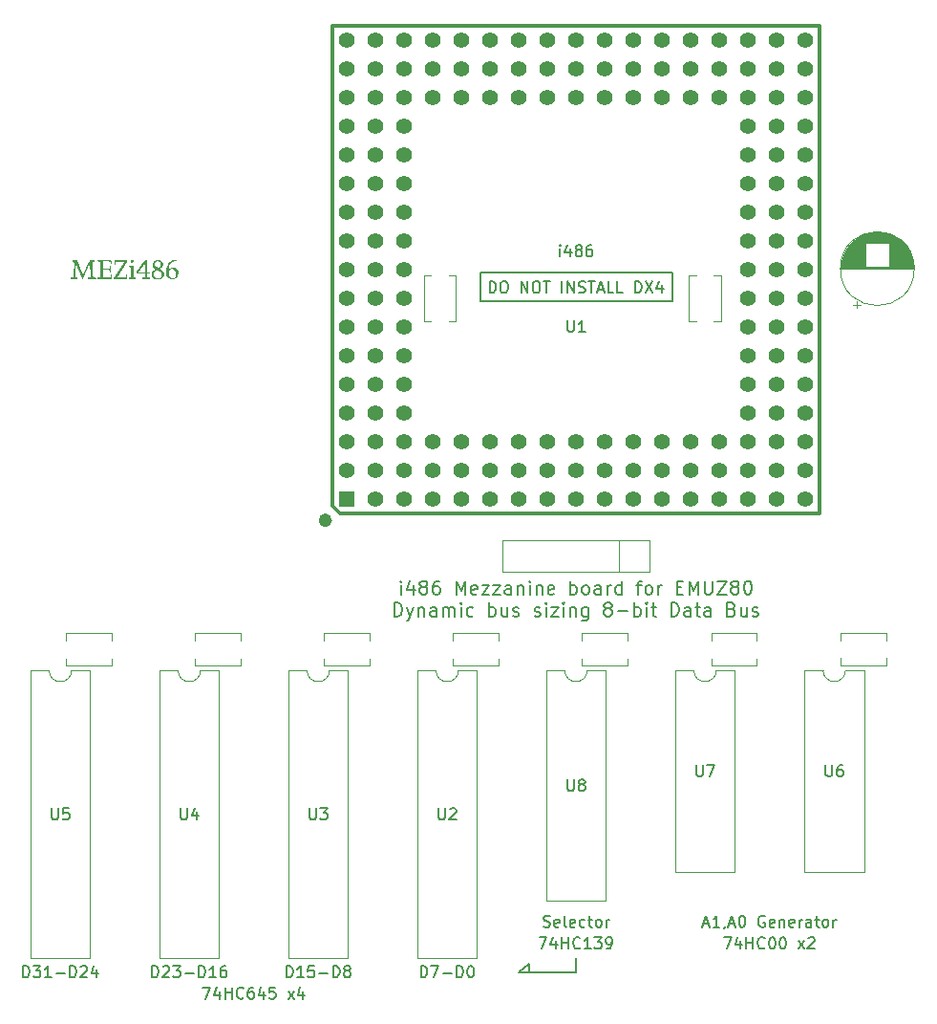
<source format=gto>
G04 #@! TF.GenerationSoftware,KiCad,Pcbnew,8.0.2*
G04 #@! TF.CreationDate,2024-05-19T23:46:18+09:00*
G04 #@! TF.ProjectId,MEZi486,4d455a69-3438-4362-9e6b-696361645f70,C*
G04 #@! TF.SameCoordinates,PX5f5e100PY8f0d180*
G04 #@! TF.FileFunction,Legend,Top*
G04 #@! TF.FilePolarity,Positive*
%FSLAX46Y46*%
G04 Gerber Fmt 4.6, Leading zero omitted, Abs format (unit mm)*
G04 Created by KiCad (PCBNEW 8.0.2) date 2024-05-19 23:46:18*
%MOMM*%
%LPD*%
G01*
G04 APERTURE LIST*
%ADD10C,0.150000*%
%ADD11C,0.613815*%
%ADD12C,0.250000*%
%ADD13C,0.203200*%
%ADD14C,0.120000*%
%ADD15C,0.304800*%
%ADD16R,1.397000X1.397000*%
%ADD17C,1.397000*%
G04 APERTURE END LIST*
D10*
X50419000Y3937000D02*
X50419000Y3175000D01*
D11*
X32691907Y43180000D02*
G75*
G02*
X32078093Y43180000I-306907J0D01*
G01*
X32078093Y43180000D02*
G75*
G02*
X32691907Y43180000I306907J0D01*
G01*
D10*
X46101000Y65151000D02*
X63119000Y65151000D01*
X63119000Y62611000D01*
X46101000Y62611000D01*
X46101000Y65151000D01*
X50419000Y3937000D02*
X49530000Y3175000D01*
X54610000Y3175000D02*
X49530000Y3175000D01*
X54610000Y4445000D02*
X54610000Y3175000D01*
X65897856Y7450896D02*
X66374046Y7450896D01*
X65802618Y7165181D02*
X66135951Y8165181D01*
X66135951Y8165181D02*
X66469284Y7165181D01*
X67326427Y7165181D02*
X66754999Y7165181D01*
X67040713Y7165181D02*
X67040713Y8165181D01*
X67040713Y8165181D02*
X66945475Y8022324D01*
X66945475Y8022324D02*
X66850237Y7927086D01*
X66850237Y7927086D02*
X66754999Y7879467D01*
X67802618Y7212800D02*
X67802618Y7165181D01*
X67802618Y7165181D02*
X67754999Y7069943D01*
X67754999Y7069943D02*
X67707380Y7022324D01*
X68183570Y7450896D02*
X68659760Y7450896D01*
X68088332Y7165181D02*
X68421665Y8165181D01*
X68421665Y8165181D02*
X68754998Y7165181D01*
X69278808Y8165181D02*
X69374046Y8165181D01*
X69374046Y8165181D02*
X69469284Y8117562D01*
X69469284Y8117562D02*
X69516903Y8069943D01*
X69516903Y8069943D02*
X69564522Y7974705D01*
X69564522Y7974705D02*
X69612141Y7784229D01*
X69612141Y7784229D02*
X69612141Y7546134D01*
X69612141Y7546134D02*
X69564522Y7355658D01*
X69564522Y7355658D02*
X69516903Y7260420D01*
X69516903Y7260420D02*
X69469284Y7212800D01*
X69469284Y7212800D02*
X69374046Y7165181D01*
X69374046Y7165181D02*
X69278808Y7165181D01*
X69278808Y7165181D02*
X69183570Y7212800D01*
X69183570Y7212800D02*
X69135951Y7260420D01*
X69135951Y7260420D02*
X69088332Y7355658D01*
X69088332Y7355658D02*
X69040713Y7546134D01*
X69040713Y7546134D02*
X69040713Y7784229D01*
X69040713Y7784229D02*
X69088332Y7974705D01*
X69088332Y7974705D02*
X69135951Y8069943D01*
X69135951Y8069943D02*
X69183570Y8117562D01*
X69183570Y8117562D02*
X69278808Y8165181D01*
X71326427Y8117562D02*
X71231189Y8165181D01*
X71231189Y8165181D02*
X71088332Y8165181D01*
X71088332Y8165181D02*
X70945475Y8117562D01*
X70945475Y8117562D02*
X70850237Y8022324D01*
X70850237Y8022324D02*
X70802618Y7927086D01*
X70802618Y7927086D02*
X70754999Y7736610D01*
X70754999Y7736610D02*
X70754999Y7593753D01*
X70754999Y7593753D02*
X70802618Y7403277D01*
X70802618Y7403277D02*
X70850237Y7308039D01*
X70850237Y7308039D02*
X70945475Y7212800D01*
X70945475Y7212800D02*
X71088332Y7165181D01*
X71088332Y7165181D02*
X71183570Y7165181D01*
X71183570Y7165181D02*
X71326427Y7212800D01*
X71326427Y7212800D02*
X71374046Y7260420D01*
X71374046Y7260420D02*
X71374046Y7593753D01*
X71374046Y7593753D02*
X71183570Y7593753D01*
X72183570Y7212800D02*
X72088332Y7165181D01*
X72088332Y7165181D02*
X71897856Y7165181D01*
X71897856Y7165181D02*
X71802618Y7212800D01*
X71802618Y7212800D02*
X71754999Y7308039D01*
X71754999Y7308039D02*
X71754999Y7688991D01*
X71754999Y7688991D02*
X71802618Y7784229D01*
X71802618Y7784229D02*
X71897856Y7831848D01*
X71897856Y7831848D02*
X72088332Y7831848D01*
X72088332Y7831848D02*
X72183570Y7784229D01*
X72183570Y7784229D02*
X72231189Y7688991D01*
X72231189Y7688991D02*
X72231189Y7593753D01*
X72231189Y7593753D02*
X71754999Y7498515D01*
X72659761Y7831848D02*
X72659761Y7165181D01*
X72659761Y7736610D02*
X72707380Y7784229D01*
X72707380Y7784229D02*
X72802618Y7831848D01*
X72802618Y7831848D02*
X72945475Y7831848D01*
X72945475Y7831848D02*
X73040713Y7784229D01*
X73040713Y7784229D02*
X73088332Y7688991D01*
X73088332Y7688991D02*
X73088332Y7165181D01*
X73945475Y7212800D02*
X73850237Y7165181D01*
X73850237Y7165181D02*
X73659761Y7165181D01*
X73659761Y7165181D02*
X73564523Y7212800D01*
X73564523Y7212800D02*
X73516904Y7308039D01*
X73516904Y7308039D02*
X73516904Y7688991D01*
X73516904Y7688991D02*
X73564523Y7784229D01*
X73564523Y7784229D02*
X73659761Y7831848D01*
X73659761Y7831848D02*
X73850237Y7831848D01*
X73850237Y7831848D02*
X73945475Y7784229D01*
X73945475Y7784229D02*
X73993094Y7688991D01*
X73993094Y7688991D02*
X73993094Y7593753D01*
X73993094Y7593753D02*
X73516904Y7498515D01*
X74421666Y7165181D02*
X74421666Y7831848D01*
X74421666Y7641372D02*
X74469285Y7736610D01*
X74469285Y7736610D02*
X74516904Y7784229D01*
X74516904Y7784229D02*
X74612142Y7831848D01*
X74612142Y7831848D02*
X74707380Y7831848D01*
X75469285Y7165181D02*
X75469285Y7688991D01*
X75469285Y7688991D02*
X75421666Y7784229D01*
X75421666Y7784229D02*
X75326428Y7831848D01*
X75326428Y7831848D02*
X75135952Y7831848D01*
X75135952Y7831848D02*
X75040714Y7784229D01*
X75469285Y7212800D02*
X75374047Y7165181D01*
X75374047Y7165181D02*
X75135952Y7165181D01*
X75135952Y7165181D02*
X75040714Y7212800D01*
X75040714Y7212800D02*
X74993095Y7308039D01*
X74993095Y7308039D02*
X74993095Y7403277D01*
X74993095Y7403277D02*
X75040714Y7498515D01*
X75040714Y7498515D02*
X75135952Y7546134D01*
X75135952Y7546134D02*
X75374047Y7546134D01*
X75374047Y7546134D02*
X75469285Y7593753D01*
X75802619Y7831848D02*
X76183571Y7831848D01*
X75945476Y8165181D02*
X75945476Y7308039D01*
X75945476Y7308039D02*
X75993095Y7212800D01*
X75993095Y7212800D02*
X76088333Y7165181D01*
X76088333Y7165181D02*
X76183571Y7165181D01*
X76659762Y7165181D02*
X76564524Y7212800D01*
X76564524Y7212800D02*
X76516905Y7260420D01*
X76516905Y7260420D02*
X76469286Y7355658D01*
X76469286Y7355658D02*
X76469286Y7641372D01*
X76469286Y7641372D02*
X76516905Y7736610D01*
X76516905Y7736610D02*
X76564524Y7784229D01*
X76564524Y7784229D02*
X76659762Y7831848D01*
X76659762Y7831848D02*
X76802619Y7831848D01*
X76802619Y7831848D02*
X76897857Y7784229D01*
X76897857Y7784229D02*
X76945476Y7736610D01*
X76945476Y7736610D02*
X76993095Y7641372D01*
X76993095Y7641372D02*
X76993095Y7355658D01*
X76993095Y7355658D02*
X76945476Y7260420D01*
X76945476Y7260420D02*
X76897857Y7212800D01*
X76897857Y7212800D02*
X76802619Y7165181D01*
X76802619Y7165181D02*
X76659762Y7165181D01*
X77421667Y7165181D02*
X77421667Y7831848D01*
X77421667Y7641372D02*
X77469286Y7736610D01*
X77469286Y7736610D02*
X77516905Y7784229D01*
X77516905Y7784229D02*
X77612143Y7831848D01*
X77612143Y7831848D02*
X77707381Y7831848D01*
X5604286Y2720181D02*
X5604286Y3720181D01*
X5604286Y3720181D02*
X5842381Y3720181D01*
X5842381Y3720181D02*
X5985238Y3672562D01*
X5985238Y3672562D02*
X6080476Y3577324D01*
X6080476Y3577324D02*
X6128095Y3482086D01*
X6128095Y3482086D02*
X6175714Y3291610D01*
X6175714Y3291610D02*
X6175714Y3148753D01*
X6175714Y3148753D02*
X6128095Y2958277D01*
X6128095Y2958277D02*
X6080476Y2863039D01*
X6080476Y2863039D02*
X5985238Y2767800D01*
X5985238Y2767800D02*
X5842381Y2720181D01*
X5842381Y2720181D02*
X5604286Y2720181D01*
X6509048Y3720181D02*
X7128095Y3720181D01*
X7128095Y3720181D02*
X6794762Y3339229D01*
X6794762Y3339229D02*
X6937619Y3339229D01*
X6937619Y3339229D02*
X7032857Y3291610D01*
X7032857Y3291610D02*
X7080476Y3243991D01*
X7080476Y3243991D02*
X7128095Y3148753D01*
X7128095Y3148753D02*
X7128095Y2910658D01*
X7128095Y2910658D02*
X7080476Y2815420D01*
X7080476Y2815420D02*
X7032857Y2767800D01*
X7032857Y2767800D02*
X6937619Y2720181D01*
X6937619Y2720181D02*
X6651905Y2720181D01*
X6651905Y2720181D02*
X6556667Y2767800D01*
X6556667Y2767800D02*
X6509048Y2815420D01*
X8080476Y2720181D02*
X7509048Y2720181D01*
X7794762Y2720181D02*
X7794762Y3720181D01*
X7794762Y3720181D02*
X7699524Y3577324D01*
X7699524Y3577324D02*
X7604286Y3482086D01*
X7604286Y3482086D02*
X7509048Y3434467D01*
X8509048Y3101134D02*
X9270953Y3101134D01*
X9747143Y2720181D02*
X9747143Y3720181D01*
X9747143Y3720181D02*
X9985238Y3720181D01*
X9985238Y3720181D02*
X10128095Y3672562D01*
X10128095Y3672562D02*
X10223333Y3577324D01*
X10223333Y3577324D02*
X10270952Y3482086D01*
X10270952Y3482086D02*
X10318571Y3291610D01*
X10318571Y3291610D02*
X10318571Y3148753D01*
X10318571Y3148753D02*
X10270952Y2958277D01*
X10270952Y2958277D02*
X10223333Y2863039D01*
X10223333Y2863039D02*
X10128095Y2767800D01*
X10128095Y2767800D02*
X9985238Y2720181D01*
X9985238Y2720181D02*
X9747143Y2720181D01*
X10699524Y3624943D02*
X10747143Y3672562D01*
X10747143Y3672562D02*
X10842381Y3720181D01*
X10842381Y3720181D02*
X11080476Y3720181D01*
X11080476Y3720181D02*
X11175714Y3672562D01*
X11175714Y3672562D02*
X11223333Y3624943D01*
X11223333Y3624943D02*
X11270952Y3529705D01*
X11270952Y3529705D02*
X11270952Y3434467D01*
X11270952Y3434467D02*
X11223333Y3291610D01*
X11223333Y3291610D02*
X10651905Y2720181D01*
X10651905Y2720181D02*
X11270952Y2720181D01*
X12128095Y3386848D02*
X12128095Y2720181D01*
X11890000Y3767800D02*
X11651905Y3053515D01*
X11651905Y3053515D02*
X12270952Y3053515D01*
D12*
G36*
X12069270Y64599913D02*
G01*
X12047288Y64575000D01*
X11323353Y64575000D01*
X11298928Y64596982D01*
X11298928Y64641435D01*
X11348265Y64668790D01*
X11446079Y64676083D01*
X11522655Y64706892D01*
X11561424Y64800037D01*
X11566619Y64882746D01*
X11514839Y65950576D01*
X10957477Y64624338D01*
X10924748Y64575000D01*
X10861734Y64575000D01*
X10845614Y64591609D01*
X10831936Y64621895D01*
X10263827Y65950576D01*
X10209117Y64886166D01*
X10214921Y64785714D01*
X10244288Y64704449D01*
X10340916Y64671018D01*
X10392299Y64668790D01*
X10444078Y64638504D01*
X10444078Y64599913D01*
X10416723Y64575000D01*
X9818328Y64575000D01*
X9793904Y64596982D01*
X9793904Y64643877D01*
X9832006Y64668790D01*
X9931973Y64674580D01*
X9988810Y64689306D01*
X10048282Y64770222D01*
X10051824Y64783584D01*
X10066937Y64889875D01*
X10077529Y64998956D01*
X10085896Y65098108D01*
X10094931Y65214958D01*
X10100673Y65293563D01*
X10108115Y65398023D01*
X10116022Y65515674D01*
X10122378Y65618967D01*
X10127959Y65723965D01*
X10131928Y65831798D01*
X10132425Y65871930D01*
X10127959Y65972451D01*
X10100673Y66067324D01*
X10007028Y66103762D01*
X9943869Y66106892D01*
X9911141Y66135224D01*
X9911141Y66178699D01*
X9946800Y66200681D01*
X10389368Y66200681D01*
X10438705Y66150855D01*
X10475726Y66045866D01*
X10511012Y65952947D01*
X10546897Y65861504D01*
X10588674Y65757324D01*
X10626337Y65664809D01*
X10657058Y65590074D01*
X10700917Y65485543D01*
X10741818Y65388717D01*
X10786995Y65282694D01*
X10827914Y65187766D01*
X10870269Y65091037D01*
X10886646Y65054205D01*
X10946730Y64918406D01*
X11438147Y66083933D01*
X11480234Y66175752D01*
X11482111Y66179188D01*
X11489926Y66200681D01*
X11971085Y66200681D01*
X11990136Y66179676D01*
X11990136Y66124966D01*
X11927121Y66106892D01*
X11828313Y66099447D01*
X11779598Y66080513D01*
X11748915Y65986999D01*
X11746870Y65931525D01*
X11801580Y64961881D01*
X11804710Y64861593D01*
X11820282Y64759436D01*
X11841148Y64715196D01*
X11936975Y64675316D01*
X12038984Y64668790D01*
X12069270Y64646808D01*
X12069270Y64599913D01*
G37*
G36*
X13479040Y64594540D02*
G01*
X13457058Y64575000D01*
X12203604Y64575000D01*
X12181622Y64596982D01*
X12181622Y64649250D01*
X12208977Y64668790D01*
X12311605Y64676071D01*
X12401441Y64720569D01*
X12423880Y64821305D01*
X12430750Y64931412D01*
X12432673Y65042803D01*
X12432704Y65060555D01*
X12432704Y65854833D01*
X12427346Y65958102D01*
X12399216Y66053757D01*
X12394602Y66059997D01*
X12302098Y66101350D01*
X12219724Y66106892D01*
X12181622Y66124966D01*
X12181622Y66182607D01*
X12208977Y66200681D01*
X13410652Y66200681D01*
X13438007Y66176257D01*
X13438007Y65886585D01*
X13432634Y65865091D01*
X13427261Y65856787D01*
X13372550Y65856787D01*
X13353499Y65885119D01*
X13353499Y65932502D01*
X13340715Y66030047D01*
X13320771Y66067324D01*
X13229836Y66106273D01*
X13211350Y66106892D01*
X12673039Y66106892D01*
X12671776Y66004881D01*
X12670108Y65954973D01*
X12666344Y65855425D01*
X12664734Y65817708D01*
X12664734Y65450367D01*
X13071643Y65450367D01*
X13174010Y65458310D01*
X13239682Y65486515D01*
X13273181Y65580066D01*
X13276807Y65651134D01*
X13279738Y65691679D01*
X13301231Y65700472D01*
X13345195Y65700472D01*
X13367177Y65670674D01*
X13367177Y65159718D01*
X13348126Y65137736D01*
X13296346Y65137736D01*
X13279738Y65164114D01*
X13270087Y65265201D01*
X13245544Y65317987D01*
X13153586Y65354166D01*
X13104860Y65356578D01*
X12664734Y65356578D01*
X12664734Y65002914D01*
X12673039Y64668790D01*
X13022794Y64668790D01*
X13126719Y64670823D01*
X13231622Y64679414D01*
X13330598Y64706142D01*
X13338356Y64711288D01*
X13383780Y64805862D01*
X13394038Y64909157D01*
X13394532Y64943319D01*
X13410652Y64981421D01*
X13462920Y64981421D01*
X13479040Y64958950D01*
X13479040Y64594540D01*
G37*
G36*
X14836542Y66120569D02*
G01*
X14822864Y66084910D01*
X13926493Y64700053D01*
X14232285Y64700053D01*
X14332446Y64700427D01*
X14439037Y64702007D01*
X14542328Y64706037D01*
X14566898Y64707869D01*
X14664415Y64730657D01*
X14686088Y64745482D01*
X14722388Y64839962D01*
X14729563Y64925245D01*
X14734937Y64965301D01*
X14740310Y64981421D01*
X14808698Y64981421D01*
X14825307Y64919383D01*
X14825307Y64607241D01*
X14792578Y64575000D01*
X13634378Y64575000D01*
X13617770Y64583305D01*
X13612397Y64588678D01*
X13612397Y64668790D01*
X13762850Y64883235D01*
X13823644Y64973521D01*
X13881651Y65060349D01*
X13943879Y65153805D01*
X13994881Y65230548D01*
X14052081Y65317364D01*
X14106234Y65400048D01*
X14163502Y65487922D01*
X14216165Y65569069D01*
X14269597Y65652262D01*
X14324381Y65737817D01*
X14377030Y65820425D01*
X14432076Y65907589D01*
X14533192Y66075629D01*
X13994881Y66075629D01*
X13893930Y66065647D01*
X13820003Y66030199D01*
X13776927Y65939028D01*
X13771154Y65865580D01*
X13746730Y65825524D01*
X13697393Y65833828D01*
X13689089Y65882188D01*
X13689089Y66160137D01*
X13692020Y66189934D01*
X13735495Y66200681D01*
X14790136Y66200681D01*
X14836542Y66187003D01*
X14836542Y66120569D01*
G37*
G36*
X15579040Y64603333D02*
G01*
X15543381Y64575000D01*
X14986507Y64575000D01*
X14953778Y64602356D01*
X14953778Y64647785D01*
X14989438Y64668790D01*
X15087848Y64680704D01*
X15147219Y64723012D01*
X15169933Y64824617D01*
X15176056Y64923415D01*
X15177505Y65020988D01*
X15177505Y65400053D01*
X15174361Y65504033D01*
X15158454Y65580304D01*
X15062318Y65606038D01*
X15030471Y65606682D01*
X14975760Y65638922D01*
X14975760Y65684352D01*
X15025097Y65700472D01*
X15123140Y65706434D01*
X15161385Y65710241D01*
X15263858Y65721173D01*
X15360687Y65731735D01*
X15390973Y65710241D01*
X15390973Y65693633D01*
X15389256Y65594524D01*
X15386847Y65495605D01*
X15386577Y65485049D01*
X15384230Y65384061D01*
X15381665Y65278365D01*
X15379738Y65203193D01*
X15380546Y65099504D01*
X15382683Y64997228D01*
X15385749Y64898653D01*
X15386577Y64875908D01*
X15390470Y64771259D01*
X15393415Y64687841D01*
X15477923Y64675629D01*
X15546311Y64668790D01*
X15579040Y64650227D01*
X15579040Y64603333D01*
G37*
G36*
X15407093Y66121058D02*
G01*
X15371029Y66028064D01*
X15366060Y66022872D01*
X15274956Y65982000D01*
X15267875Y65981839D01*
X15174881Y66017903D01*
X15169689Y66022872D01*
X15128817Y66113977D01*
X15128656Y66121058D01*
X15163432Y66215397D01*
X15168224Y66220709D01*
X15256789Y66262834D01*
X15267875Y66263207D01*
X15360868Y66227143D01*
X15366060Y66222174D01*
X15406732Y66132156D01*
X15407093Y66121058D01*
G37*
G36*
X16631238Y66178699D02*
G01*
X16625865Y66082467D01*
X16625865Y65137736D01*
X16844218Y65137736D01*
X16882320Y65123570D01*
X16882320Y65026850D01*
X16857896Y65012684D01*
X16620492Y65012684D01*
X16620492Y64868092D01*
X16625409Y64768304D01*
X16650289Y64694679D01*
X16748500Y64671318D01*
X16830540Y64668790D01*
X16863269Y64645342D01*
X16863269Y64595517D01*
X16838845Y64575000D01*
X16169619Y64575000D01*
X16153011Y64598448D01*
X16153011Y64648273D01*
X16191113Y64668790D01*
X16289995Y64673224D01*
X16373318Y64695656D01*
X16410412Y64788988D01*
X16412885Y64843668D01*
X16412885Y65012684D01*
X15683087Y65012684D01*
X15658663Y65033200D01*
X15655888Y65137736D01*
X15797882Y65137736D01*
X16415328Y65137736D01*
X16415328Y66013102D01*
X15797882Y65137736D01*
X15655888Y65137736D01*
X15655732Y65143598D01*
X15674783Y65176326D01*
X15696765Y65203193D01*
X16330820Y66110311D01*
X16371364Y66174791D01*
X16404581Y66200681D01*
X16614630Y66200681D01*
X16631238Y66178699D01*
G37*
G36*
X17663810Y66224023D02*
G01*
X17765457Y66196641D01*
X17854224Y66149700D01*
X17878342Y66131804D01*
X17949817Y66056436D01*
X17991623Y65968022D01*
X18003883Y65876326D01*
X17990793Y65773544D01*
X17951523Y65684039D01*
X17935495Y65660904D01*
X17864209Y65588204D01*
X17779332Y65527822D01*
X17703464Y65484561D01*
X17790567Y65434827D01*
X17879268Y65378413D01*
X17961059Y65314630D01*
X17965781Y65310171D01*
X18031984Y65228226D01*
X18073668Y65136263D01*
X18090832Y65034282D01*
X18091322Y65012684D01*
X18081155Y64913887D01*
X18045413Y64814128D01*
X17983937Y64726423D01*
X17928656Y64674652D01*
X17841462Y64617377D01*
X17742055Y64576466D01*
X17645056Y64554093D01*
X17538707Y64544249D01*
X17506605Y64543737D01*
X17397153Y64551187D01*
X17297899Y64573535D01*
X17198427Y64616486D01*
X17129982Y64662928D01*
X17058670Y64735537D01*
X17006806Y64829265D01*
X16984764Y64925367D01*
X16982459Y64971651D01*
X16986297Y65002425D01*
X17197882Y65002425D01*
X17209310Y64897367D01*
X17247847Y64799743D01*
X17294602Y64738155D01*
X17376919Y64676835D01*
X17478059Y64643816D01*
X17555942Y64637527D01*
X17656577Y64649754D01*
X17752111Y64690597D01*
X17797742Y64724477D01*
X17862262Y64801890D01*
X17894960Y64899503D01*
X17897393Y64937945D01*
X17878586Y65039428D01*
X17822166Y65124058D01*
X17739197Y65191047D01*
X17656159Y65242902D01*
X17564767Y65292758D01*
X17539333Y65305775D01*
X17438217Y65356578D01*
X17344570Y65306572D01*
X17265711Y65230590D01*
X17216892Y65134518D01*
X17198820Y65033977D01*
X17197882Y65002425D01*
X16986297Y65002425D01*
X16995769Y65078383D01*
X17035697Y65175098D01*
X17094391Y65253575D01*
X17118747Y65277931D01*
X17197406Y65337811D01*
X17287303Y65389881D01*
X17340031Y65416173D01*
X17249058Y65479428D01*
X17176907Y65547560D01*
X17116520Y65633212D01*
X17081752Y65725503D01*
X17072341Y65809892D01*
X17080778Y65889516D01*
X17269201Y65889516D01*
X17289517Y65788977D01*
X17350465Y65703273D01*
X17392299Y65668720D01*
X17481600Y65612958D01*
X17572695Y65560773D01*
X17602348Y65544156D01*
X17690825Y65600515D01*
X17760145Y65679538D01*
X17797471Y65775099D01*
X17804581Y65847994D01*
X17789901Y65948947D01*
X17741594Y66039264D01*
X17727889Y66055112D01*
X17646788Y66114718D01*
X17546367Y66137830D01*
X17531517Y66138155D01*
X17434696Y66122699D01*
X17349165Y66072140D01*
X17344427Y66067813D01*
X17285730Y65982459D01*
X17269201Y65889516D01*
X17080778Y65889516D01*
X17083044Y65910906D01*
X17120043Y66009366D01*
X17183470Y66093325D01*
X17207651Y66115684D01*
X17290332Y66171884D01*
X17386151Y66209691D01*
X17482352Y66227857D01*
X17561315Y66231944D01*
X17663810Y66224023D01*
G37*
G36*
X19174112Y66227273D02*
G01*
X19199208Y66223640D01*
X19245614Y66199704D01*
X19231936Y66138155D01*
X19212885Y66130339D01*
X19106395Y66138155D01*
X18994306Y66128454D01*
X18892269Y66099353D01*
X18800282Y66050850D01*
X18718347Y65982946D01*
X18676039Y65935433D01*
X18620758Y65854341D01*
X18576915Y65762738D01*
X18544509Y65660626D01*
X18523540Y65548003D01*
X18514803Y65446122D01*
X18513374Y65381490D01*
X18586363Y65457054D01*
X18668983Y65514059D01*
X18761233Y65552504D01*
X18863114Y65572389D01*
X18925656Y65575419D01*
X19031624Y65565875D01*
X19134320Y65532883D01*
X19221179Y65476326D01*
X19244148Y65454763D01*
X19306745Y65371101D01*
X19346158Y65270932D01*
X19361807Y65166669D01*
X19362850Y65128943D01*
X19355581Y65019543D01*
X19333772Y64919585D01*
X19291045Y64816912D01*
X19229328Y64726572D01*
X19210931Y64705915D01*
X19129659Y64634962D01*
X19037275Y64584282D01*
X18933777Y64553873D01*
X18834100Y64543896D01*
X18819166Y64543737D01*
X18718203Y64552480D01*
X18613064Y64583880D01*
X18518855Y64638117D01*
X18445388Y64704308D01*
X18425935Y64726431D01*
X18366359Y64811622D01*
X18321416Y64906911D01*
X18291105Y65012298D01*
X18281439Y65078629D01*
X18537798Y65078629D01*
X18544367Y64974241D01*
X18567074Y64871850D01*
X18610785Y64775749D01*
X18620840Y64760137D01*
X18690976Y64685421D01*
X18783856Y64643394D01*
X18841148Y64637527D01*
X18941552Y64656507D01*
X19023070Y64713448D01*
X19042892Y64736689D01*
X19092547Y64829110D01*
X19114791Y64925825D01*
X19119584Y65006822D01*
X19114791Y65108976D01*
X19097940Y65208281D01*
X19060867Y65307195D01*
X19042892Y65337038D01*
X18969690Y65410414D01*
X18873914Y65446383D01*
X18822097Y65450367D01*
X18724361Y65434001D01*
X18639304Y65379772D01*
X18614002Y65351204D01*
X18564663Y65258381D01*
X18542561Y65160695D01*
X18537798Y65078629D01*
X18281439Y65078629D01*
X18276771Y65110667D01*
X18273039Y65198308D01*
X18276450Y65312186D01*
X18286686Y65420325D01*
X18303745Y65522724D01*
X18327627Y65619383D01*
X18367075Y65732135D01*
X18417186Y65835919D01*
X18477958Y65930735D01*
X18491392Y65948622D01*
X18563369Y66030243D01*
X18642527Y66098030D01*
X18728863Y66151983D01*
X18822379Y66192102D01*
X18923074Y66218387D01*
X19030949Y66230837D01*
X19076109Y66231944D01*
X19174112Y66227273D01*
G37*
D10*
X39095715Y36613624D02*
X39095715Y37413624D01*
X39095715Y37813624D02*
X39038572Y37756481D01*
X39038572Y37756481D02*
X39095715Y37699338D01*
X39095715Y37699338D02*
X39152858Y37756481D01*
X39152858Y37756481D02*
X39095715Y37813624D01*
X39095715Y37813624D02*
X39095715Y37699338D01*
X40181430Y37413624D02*
X40181430Y36613624D01*
X39895715Y37870766D02*
X39610001Y37013624D01*
X39610001Y37013624D02*
X40352858Y37013624D01*
X40981429Y37299338D02*
X40867144Y37356481D01*
X40867144Y37356481D02*
X40810001Y37413624D01*
X40810001Y37413624D02*
X40752858Y37527909D01*
X40752858Y37527909D02*
X40752858Y37585052D01*
X40752858Y37585052D02*
X40810001Y37699338D01*
X40810001Y37699338D02*
X40867144Y37756481D01*
X40867144Y37756481D02*
X40981429Y37813624D01*
X40981429Y37813624D02*
X41210001Y37813624D01*
X41210001Y37813624D02*
X41324287Y37756481D01*
X41324287Y37756481D02*
X41381429Y37699338D01*
X41381429Y37699338D02*
X41438572Y37585052D01*
X41438572Y37585052D02*
X41438572Y37527909D01*
X41438572Y37527909D02*
X41381429Y37413624D01*
X41381429Y37413624D02*
X41324287Y37356481D01*
X41324287Y37356481D02*
X41210001Y37299338D01*
X41210001Y37299338D02*
X40981429Y37299338D01*
X40981429Y37299338D02*
X40867144Y37242195D01*
X40867144Y37242195D02*
X40810001Y37185052D01*
X40810001Y37185052D02*
X40752858Y37070766D01*
X40752858Y37070766D02*
X40752858Y36842195D01*
X40752858Y36842195D02*
X40810001Y36727909D01*
X40810001Y36727909D02*
X40867144Y36670766D01*
X40867144Y36670766D02*
X40981429Y36613624D01*
X40981429Y36613624D02*
X41210001Y36613624D01*
X41210001Y36613624D02*
X41324287Y36670766D01*
X41324287Y36670766D02*
X41381429Y36727909D01*
X41381429Y36727909D02*
X41438572Y36842195D01*
X41438572Y36842195D02*
X41438572Y37070766D01*
X41438572Y37070766D02*
X41381429Y37185052D01*
X41381429Y37185052D02*
X41324287Y37242195D01*
X41324287Y37242195D02*
X41210001Y37299338D01*
X42467144Y37813624D02*
X42238572Y37813624D01*
X42238572Y37813624D02*
X42124286Y37756481D01*
X42124286Y37756481D02*
X42067144Y37699338D01*
X42067144Y37699338D02*
X41952858Y37527909D01*
X41952858Y37527909D02*
X41895715Y37299338D01*
X41895715Y37299338D02*
X41895715Y36842195D01*
X41895715Y36842195D02*
X41952858Y36727909D01*
X41952858Y36727909D02*
X42010001Y36670766D01*
X42010001Y36670766D02*
X42124286Y36613624D01*
X42124286Y36613624D02*
X42352858Y36613624D01*
X42352858Y36613624D02*
X42467144Y36670766D01*
X42467144Y36670766D02*
X42524286Y36727909D01*
X42524286Y36727909D02*
X42581429Y36842195D01*
X42581429Y36842195D02*
X42581429Y37127909D01*
X42581429Y37127909D02*
X42524286Y37242195D01*
X42524286Y37242195D02*
X42467144Y37299338D01*
X42467144Y37299338D02*
X42352858Y37356481D01*
X42352858Y37356481D02*
X42124286Y37356481D01*
X42124286Y37356481D02*
X42010001Y37299338D01*
X42010001Y37299338D02*
X41952858Y37242195D01*
X41952858Y37242195D02*
X41895715Y37127909D01*
X44010001Y36613624D02*
X44010001Y37813624D01*
X44010001Y37813624D02*
X44410001Y36956481D01*
X44410001Y36956481D02*
X44810001Y37813624D01*
X44810001Y37813624D02*
X44810001Y36613624D01*
X45838573Y36670766D02*
X45724287Y36613624D01*
X45724287Y36613624D02*
X45495716Y36613624D01*
X45495716Y36613624D02*
X45381430Y36670766D01*
X45381430Y36670766D02*
X45324287Y36785052D01*
X45324287Y36785052D02*
X45324287Y37242195D01*
X45324287Y37242195D02*
X45381430Y37356481D01*
X45381430Y37356481D02*
X45495716Y37413624D01*
X45495716Y37413624D02*
X45724287Y37413624D01*
X45724287Y37413624D02*
X45838573Y37356481D01*
X45838573Y37356481D02*
X45895716Y37242195D01*
X45895716Y37242195D02*
X45895716Y37127909D01*
X45895716Y37127909D02*
X45324287Y37013624D01*
X46295715Y37413624D02*
X46924287Y37413624D01*
X46924287Y37413624D02*
X46295715Y36613624D01*
X46295715Y36613624D02*
X46924287Y36613624D01*
X47267144Y37413624D02*
X47895716Y37413624D01*
X47895716Y37413624D02*
X47267144Y36613624D01*
X47267144Y36613624D02*
X47895716Y36613624D01*
X48867145Y36613624D02*
X48867145Y37242195D01*
X48867145Y37242195D02*
X48810002Y37356481D01*
X48810002Y37356481D02*
X48695716Y37413624D01*
X48695716Y37413624D02*
X48467145Y37413624D01*
X48467145Y37413624D02*
X48352859Y37356481D01*
X48867145Y36670766D02*
X48752859Y36613624D01*
X48752859Y36613624D02*
X48467145Y36613624D01*
X48467145Y36613624D02*
X48352859Y36670766D01*
X48352859Y36670766D02*
X48295716Y36785052D01*
X48295716Y36785052D02*
X48295716Y36899338D01*
X48295716Y36899338D02*
X48352859Y37013624D01*
X48352859Y37013624D02*
X48467145Y37070766D01*
X48467145Y37070766D02*
X48752859Y37070766D01*
X48752859Y37070766D02*
X48867145Y37127909D01*
X49438573Y37413624D02*
X49438573Y36613624D01*
X49438573Y37299338D02*
X49495716Y37356481D01*
X49495716Y37356481D02*
X49610001Y37413624D01*
X49610001Y37413624D02*
X49781430Y37413624D01*
X49781430Y37413624D02*
X49895716Y37356481D01*
X49895716Y37356481D02*
X49952859Y37242195D01*
X49952859Y37242195D02*
X49952859Y36613624D01*
X50524287Y36613624D02*
X50524287Y37413624D01*
X50524287Y37813624D02*
X50467144Y37756481D01*
X50467144Y37756481D02*
X50524287Y37699338D01*
X50524287Y37699338D02*
X50581430Y37756481D01*
X50581430Y37756481D02*
X50524287Y37813624D01*
X50524287Y37813624D02*
X50524287Y37699338D01*
X51095716Y37413624D02*
X51095716Y36613624D01*
X51095716Y37299338D02*
X51152859Y37356481D01*
X51152859Y37356481D02*
X51267144Y37413624D01*
X51267144Y37413624D02*
X51438573Y37413624D01*
X51438573Y37413624D02*
X51552859Y37356481D01*
X51552859Y37356481D02*
X51610002Y37242195D01*
X51610002Y37242195D02*
X51610002Y36613624D01*
X52638573Y36670766D02*
X52524287Y36613624D01*
X52524287Y36613624D02*
X52295716Y36613624D01*
X52295716Y36613624D02*
X52181430Y36670766D01*
X52181430Y36670766D02*
X52124287Y36785052D01*
X52124287Y36785052D02*
X52124287Y37242195D01*
X52124287Y37242195D02*
X52181430Y37356481D01*
X52181430Y37356481D02*
X52295716Y37413624D01*
X52295716Y37413624D02*
X52524287Y37413624D01*
X52524287Y37413624D02*
X52638573Y37356481D01*
X52638573Y37356481D02*
X52695716Y37242195D01*
X52695716Y37242195D02*
X52695716Y37127909D01*
X52695716Y37127909D02*
X52124287Y37013624D01*
X54124287Y36613624D02*
X54124287Y37813624D01*
X54124287Y37356481D02*
X54238573Y37413624D01*
X54238573Y37413624D02*
X54467144Y37413624D01*
X54467144Y37413624D02*
X54581430Y37356481D01*
X54581430Y37356481D02*
X54638573Y37299338D01*
X54638573Y37299338D02*
X54695715Y37185052D01*
X54695715Y37185052D02*
X54695715Y36842195D01*
X54695715Y36842195D02*
X54638573Y36727909D01*
X54638573Y36727909D02*
X54581430Y36670766D01*
X54581430Y36670766D02*
X54467144Y36613624D01*
X54467144Y36613624D02*
X54238573Y36613624D01*
X54238573Y36613624D02*
X54124287Y36670766D01*
X55381429Y36613624D02*
X55267144Y36670766D01*
X55267144Y36670766D02*
X55210001Y36727909D01*
X55210001Y36727909D02*
X55152858Y36842195D01*
X55152858Y36842195D02*
X55152858Y37185052D01*
X55152858Y37185052D02*
X55210001Y37299338D01*
X55210001Y37299338D02*
X55267144Y37356481D01*
X55267144Y37356481D02*
X55381429Y37413624D01*
X55381429Y37413624D02*
X55552858Y37413624D01*
X55552858Y37413624D02*
X55667144Y37356481D01*
X55667144Y37356481D02*
X55724287Y37299338D01*
X55724287Y37299338D02*
X55781429Y37185052D01*
X55781429Y37185052D02*
X55781429Y36842195D01*
X55781429Y36842195D02*
X55724287Y36727909D01*
X55724287Y36727909D02*
X55667144Y36670766D01*
X55667144Y36670766D02*
X55552858Y36613624D01*
X55552858Y36613624D02*
X55381429Y36613624D01*
X56810001Y36613624D02*
X56810001Y37242195D01*
X56810001Y37242195D02*
X56752858Y37356481D01*
X56752858Y37356481D02*
X56638572Y37413624D01*
X56638572Y37413624D02*
X56410001Y37413624D01*
X56410001Y37413624D02*
X56295715Y37356481D01*
X56810001Y36670766D02*
X56695715Y36613624D01*
X56695715Y36613624D02*
X56410001Y36613624D01*
X56410001Y36613624D02*
X56295715Y36670766D01*
X56295715Y36670766D02*
X56238572Y36785052D01*
X56238572Y36785052D02*
X56238572Y36899338D01*
X56238572Y36899338D02*
X56295715Y37013624D01*
X56295715Y37013624D02*
X56410001Y37070766D01*
X56410001Y37070766D02*
X56695715Y37070766D01*
X56695715Y37070766D02*
X56810001Y37127909D01*
X57381429Y36613624D02*
X57381429Y37413624D01*
X57381429Y37185052D02*
X57438572Y37299338D01*
X57438572Y37299338D02*
X57495715Y37356481D01*
X57495715Y37356481D02*
X57610000Y37413624D01*
X57610000Y37413624D02*
X57724286Y37413624D01*
X58638572Y36613624D02*
X58638572Y37813624D01*
X58638572Y36670766D02*
X58524286Y36613624D01*
X58524286Y36613624D02*
X58295714Y36613624D01*
X58295714Y36613624D02*
X58181429Y36670766D01*
X58181429Y36670766D02*
X58124286Y36727909D01*
X58124286Y36727909D02*
X58067143Y36842195D01*
X58067143Y36842195D02*
X58067143Y37185052D01*
X58067143Y37185052D02*
X58124286Y37299338D01*
X58124286Y37299338D02*
X58181429Y37356481D01*
X58181429Y37356481D02*
X58295714Y37413624D01*
X58295714Y37413624D02*
X58524286Y37413624D01*
X58524286Y37413624D02*
X58638572Y37356481D01*
X59952857Y37413624D02*
X60410000Y37413624D01*
X60124286Y36613624D02*
X60124286Y37642195D01*
X60124286Y37642195D02*
X60181429Y37756481D01*
X60181429Y37756481D02*
X60295714Y37813624D01*
X60295714Y37813624D02*
X60410000Y37813624D01*
X60981428Y36613624D02*
X60867143Y36670766D01*
X60867143Y36670766D02*
X60810000Y36727909D01*
X60810000Y36727909D02*
X60752857Y36842195D01*
X60752857Y36842195D02*
X60752857Y37185052D01*
X60752857Y37185052D02*
X60810000Y37299338D01*
X60810000Y37299338D02*
X60867143Y37356481D01*
X60867143Y37356481D02*
X60981428Y37413624D01*
X60981428Y37413624D02*
X61152857Y37413624D01*
X61152857Y37413624D02*
X61267143Y37356481D01*
X61267143Y37356481D02*
X61324286Y37299338D01*
X61324286Y37299338D02*
X61381428Y37185052D01*
X61381428Y37185052D02*
X61381428Y36842195D01*
X61381428Y36842195D02*
X61324286Y36727909D01*
X61324286Y36727909D02*
X61267143Y36670766D01*
X61267143Y36670766D02*
X61152857Y36613624D01*
X61152857Y36613624D02*
X60981428Y36613624D01*
X61895714Y36613624D02*
X61895714Y37413624D01*
X61895714Y37185052D02*
X61952857Y37299338D01*
X61952857Y37299338D02*
X62010000Y37356481D01*
X62010000Y37356481D02*
X62124285Y37413624D01*
X62124285Y37413624D02*
X62238571Y37413624D01*
X63552857Y37242195D02*
X63952857Y37242195D01*
X64124285Y36613624D02*
X63552857Y36613624D01*
X63552857Y36613624D02*
X63552857Y37813624D01*
X63552857Y37813624D02*
X64124285Y37813624D01*
X64638571Y36613624D02*
X64638571Y37813624D01*
X64638571Y37813624D02*
X65038571Y36956481D01*
X65038571Y36956481D02*
X65438571Y37813624D01*
X65438571Y37813624D02*
X65438571Y36613624D01*
X66010000Y37813624D02*
X66010000Y36842195D01*
X66010000Y36842195D02*
X66067143Y36727909D01*
X66067143Y36727909D02*
X66124286Y36670766D01*
X66124286Y36670766D02*
X66238571Y36613624D01*
X66238571Y36613624D02*
X66467143Y36613624D01*
X66467143Y36613624D02*
X66581428Y36670766D01*
X66581428Y36670766D02*
X66638571Y36727909D01*
X66638571Y36727909D02*
X66695714Y36842195D01*
X66695714Y36842195D02*
X66695714Y37813624D01*
X67152857Y37813624D02*
X67952857Y37813624D01*
X67952857Y37813624D02*
X67152857Y36613624D01*
X67152857Y36613624D02*
X67952857Y36613624D01*
X68581428Y37299338D02*
X68467143Y37356481D01*
X68467143Y37356481D02*
X68410000Y37413624D01*
X68410000Y37413624D02*
X68352857Y37527909D01*
X68352857Y37527909D02*
X68352857Y37585052D01*
X68352857Y37585052D02*
X68410000Y37699338D01*
X68410000Y37699338D02*
X68467143Y37756481D01*
X68467143Y37756481D02*
X68581428Y37813624D01*
X68581428Y37813624D02*
X68810000Y37813624D01*
X68810000Y37813624D02*
X68924286Y37756481D01*
X68924286Y37756481D02*
X68981428Y37699338D01*
X68981428Y37699338D02*
X69038571Y37585052D01*
X69038571Y37585052D02*
X69038571Y37527909D01*
X69038571Y37527909D02*
X68981428Y37413624D01*
X68981428Y37413624D02*
X68924286Y37356481D01*
X68924286Y37356481D02*
X68810000Y37299338D01*
X68810000Y37299338D02*
X68581428Y37299338D01*
X68581428Y37299338D02*
X68467143Y37242195D01*
X68467143Y37242195D02*
X68410000Y37185052D01*
X68410000Y37185052D02*
X68352857Y37070766D01*
X68352857Y37070766D02*
X68352857Y36842195D01*
X68352857Y36842195D02*
X68410000Y36727909D01*
X68410000Y36727909D02*
X68467143Y36670766D01*
X68467143Y36670766D02*
X68581428Y36613624D01*
X68581428Y36613624D02*
X68810000Y36613624D01*
X68810000Y36613624D02*
X68924286Y36670766D01*
X68924286Y36670766D02*
X68981428Y36727909D01*
X68981428Y36727909D02*
X69038571Y36842195D01*
X69038571Y36842195D02*
X69038571Y37070766D01*
X69038571Y37070766D02*
X68981428Y37185052D01*
X68981428Y37185052D02*
X68924286Y37242195D01*
X68924286Y37242195D02*
X68810000Y37299338D01*
X69781428Y37813624D02*
X69895714Y37813624D01*
X69895714Y37813624D02*
X70010000Y37756481D01*
X70010000Y37756481D02*
X70067143Y37699338D01*
X70067143Y37699338D02*
X70124285Y37585052D01*
X70124285Y37585052D02*
X70181428Y37356481D01*
X70181428Y37356481D02*
X70181428Y37070766D01*
X70181428Y37070766D02*
X70124285Y36842195D01*
X70124285Y36842195D02*
X70067143Y36727909D01*
X70067143Y36727909D02*
X70010000Y36670766D01*
X70010000Y36670766D02*
X69895714Y36613624D01*
X69895714Y36613624D02*
X69781428Y36613624D01*
X69781428Y36613624D02*
X69667143Y36670766D01*
X69667143Y36670766D02*
X69610000Y36727909D01*
X69610000Y36727909D02*
X69552857Y36842195D01*
X69552857Y36842195D02*
X69495714Y37070766D01*
X69495714Y37070766D02*
X69495714Y37356481D01*
X69495714Y37356481D02*
X69552857Y37585052D01*
X69552857Y37585052D02*
X69610000Y37699338D01*
X69610000Y37699338D02*
X69667143Y37756481D01*
X69667143Y37756481D02*
X69781428Y37813624D01*
X38524285Y34681691D02*
X38524285Y35881691D01*
X38524285Y35881691D02*
X38809999Y35881691D01*
X38809999Y35881691D02*
X38981428Y35824548D01*
X38981428Y35824548D02*
X39095713Y35710262D01*
X39095713Y35710262D02*
X39152856Y35595976D01*
X39152856Y35595976D02*
X39209999Y35367405D01*
X39209999Y35367405D02*
X39209999Y35195976D01*
X39209999Y35195976D02*
X39152856Y34967405D01*
X39152856Y34967405D02*
X39095713Y34853119D01*
X39095713Y34853119D02*
X38981428Y34738833D01*
X38981428Y34738833D02*
X38809999Y34681691D01*
X38809999Y34681691D02*
X38524285Y34681691D01*
X39609999Y35481691D02*
X39895713Y34681691D01*
X40181428Y35481691D02*
X39895713Y34681691D01*
X39895713Y34681691D02*
X39781428Y34395976D01*
X39781428Y34395976D02*
X39724285Y34338833D01*
X39724285Y34338833D02*
X39609999Y34281691D01*
X40638571Y35481691D02*
X40638571Y34681691D01*
X40638571Y35367405D02*
X40695714Y35424548D01*
X40695714Y35424548D02*
X40809999Y35481691D01*
X40809999Y35481691D02*
X40981428Y35481691D01*
X40981428Y35481691D02*
X41095714Y35424548D01*
X41095714Y35424548D02*
X41152857Y35310262D01*
X41152857Y35310262D02*
X41152857Y34681691D01*
X42238571Y34681691D02*
X42238571Y35310262D01*
X42238571Y35310262D02*
X42181428Y35424548D01*
X42181428Y35424548D02*
X42067142Y35481691D01*
X42067142Y35481691D02*
X41838571Y35481691D01*
X41838571Y35481691D02*
X41724285Y35424548D01*
X42238571Y34738833D02*
X42124285Y34681691D01*
X42124285Y34681691D02*
X41838571Y34681691D01*
X41838571Y34681691D02*
X41724285Y34738833D01*
X41724285Y34738833D02*
X41667142Y34853119D01*
X41667142Y34853119D02*
X41667142Y34967405D01*
X41667142Y34967405D02*
X41724285Y35081691D01*
X41724285Y35081691D02*
X41838571Y35138833D01*
X41838571Y35138833D02*
X42124285Y35138833D01*
X42124285Y35138833D02*
X42238571Y35195976D01*
X42809999Y34681691D02*
X42809999Y35481691D01*
X42809999Y35367405D02*
X42867142Y35424548D01*
X42867142Y35424548D02*
X42981427Y35481691D01*
X42981427Y35481691D02*
X43152856Y35481691D01*
X43152856Y35481691D02*
X43267142Y35424548D01*
X43267142Y35424548D02*
X43324285Y35310262D01*
X43324285Y35310262D02*
X43324285Y34681691D01*
X43324285Y35310262D02*
X43381427Y35424548D01*
X43381427Y35424548D02*
X43495713Y35481691D01*
X43495713Y35481691D02*
X43667142Y35481691D01*
X43667142Y35481691D02*
X43781427Y35424548D01*
X43781427Y35424548D02*
X43838570Y35310262D01*
X43838570Y35310262D02*
X43838570Y34681691D01*
X44409999Y34681691D02*
X44409999Y35481691D01*
X44409999Y35881691D02*
X44352856Y35824548D01*
X44352856Y35824548D02*
X44409999Y35767405D01*
X44409999Y35767405D02*
X44467142Y35824548D01*
X44467142Y35824548D02*
X44409999Y35881691D01*
X44409999Y35881691D02*
X44409999Y35767405D01*
X45495714Y34738833D02*
X45381428Y34681691D01*
X45381428Y34681691D02*
X45152856Y34681691D01*
X45152856Y34681691D02*
X45038571Y34738833D01*
X45038571Y34738833D02*
X44981428Y34795976D01*
X44981428Y34795976D02*
X44924285Y34910262D01*
X44924285Y34910262D02*
X44924285Y35253119D01*
X44924285Y35253119D02*
X44981428Y35367405D01*
X44981428Y35367405D02*
X45038571Y35424548D01*
X45038571Y35424548D02*
X45152856Y35481691D01*
X45152856Y35481691D02*
X45381428Y35481691D01*
X45381428Y35481691D02*
X45495714Y35424548D01*
X46924285Y34681691D02*
X46924285Y35881691D01*
X46924285Y35424548D02*
X47038571Y35481691D01*
X47038571Y35481691D02*
X47267142Y35481691D01*
X47267142Y35481691D02*
X47381428Y35424548D01*
X47381428Y35424548D02*
X47438571Y35367405D01*
X47438571Y35367405D02*
X47495713Y35253119D01*
X47495713Y35253119D02*
X47495713Y34910262D01*
X47495713Y34910262D02*
X47438571Y34795976D01*
X47438571Y34795976D02*
X47381428Y34738833D01*
X47381428Y34738833D02*
X47267142Y34681691D01*
X47267142Y34681691D02*
X47038571Y34681691D01*
X47038571Y34681691D02*
X46924285Y34738833D01*
X48524285Y35481691D02*
X48524285Y34681691D01*
X48009999Y35481691D02*
X48009999Y34853119D01*
X48009999Y34853119D02*
X48067142Y34738833D01*
X48067142Y34738833D02*
X48181427Y34681691D01*
X48181427Y34681691D02*
X48352856Y34681691D01*
X48352856Y34681691D02*
X48467142Y34738833D01*
X48467142Y34738833D02*
X48524285Y34795976D01*
X49038570Y34738833D02*
X49152856Y34681691D01*
X49152856Y34681691D02*
X49381427Y34681691D01*
X49381427Y34681691D02*
X49495713Y34738833D01*
X49495713Y34738833D02*
X49552856Y34853119D01*
X49552856Y34853119D02*
X49552856Y34910262D01*
X49552856Y34910262D02*
X49495713Y35024548D01*
X49495713Y35024548D02*
X49381427Y35081691D01*
X49381427Y35081691D02*
X49209999Y35081691D01*
X49209999Y35081691D02*
X49095713Y35138833D01*
X49095713Y35138833D02*
X49038570Y35253119D01*
X49038570Y35253119D02*
X49038570Y35310262D01*
X49038570Y35310262D02*
X49095713Y35424548D01*
X49095713Y35424548D02*
X49209999Y35481691D01*
X49209999Y35481691D02*
X49381427Y35481691D01*
X49381427Y35481691D02*
X49495713Y35424548D01*
X50924285Y34738833D02*
X51038571Y34681691D01*
X51038571Y34681691D02*
X51267142Y34681691D01*
X51267142Y34681691D02*
X51381428Y34738833D01*
X51381428Y34738833D02*
X51438571Y34853119D01*
X51438571Y34853119D02*
X51438571Y34910262D01*
X51438571Y34910262D02*
X51381428Y35024548D01*
X51381428Y35024548D02*
X51267142Y35081691D01*
X51267142Y35081691D02*
X51095714Y35081691D01*
X51095714Y35081691D02*
X50981428Y35138833D01*
X50981428Y35138833D02*
X50924285Y35253119D01*
X50924285Y35253119D02*
X50924285Y35310262D01*
X50924285Y35310262D02*
X50981428Y35424548D01*
X50981428Y35424548D02*
X51095714Y35481691D01*
X51095714Y35481691D02*
X51267142Y35481691D01*
X51267142Y35481691D02*
X51381428Y35424548D01*
X51952857Y34681691D02*
X51952857Y35481691D01*
X51952857Y35881691D02*
X51895714Y35824548D01*
X51895714Y35824548D02*
X51952857Y35767405D01*
X51952857Y35767405D02*
X52010000Y35824548D01*
X52010000Y35824548D02*
X51952857Y35881691D01*
X51952857Y35881691D02*
X51952857Y35767405D01*
X52410000Y35481691D02*
X53038572Y35481691D01*
X53038572Y35481691D02*
X52410000Y34681691D01*
X52410000Y34681691D02*
X53038572Y34681691D01*
X53495715Y34681691D02*
X53495715Y35481691D01*
X53495715Y35881691D02*
X53438572Y35824548D01*
X53438572Y35824548D02*
X53495715Y35767405D01*
X53495715Y35767405D02*
X53552858Y35824548D01*
X53552858Y35824548D02*
X53495715Y35881691D01*
X53495715Y35881691D02*
X53495715Y35767405D01*
X54067144Y35481691D02*
X54067144Y34681691D01*
X54067144Y35367405D02*
X54124287Y35424548D01*
X54124287Y35424548D02*
X54238572Y35481691D01*
X54238572Y35481691D02*
X54410001Y35481691D01*
X54410001Y35481691D02*
X54524287Y35424548D01*
X54524287Y35424548D02*
X54581430Y35310262D01*
X54581430Y35310262D02*
X54581430Y34681691D01*
X55667144Y35481691D02*
X55667144Y34510262D01*
X55667144Y34510262D02*
X55610001Y34395976D01*
X55610001Y34395976D02*
X55552858Y34338833D01*
X55552858Y34338833D02*
X55438572Y34281691D01*
X55438572Y34281691D02*
X55267144Y34281691D01*
X55267144Y34281691D02*
X55152858Y34338833D01*
X55667144Y34738833D02*
X55552858Y34681691D01*
X55552858Y34681691D02*
X55324286Y34681691D01*
X55324286Y34681691D02*
X55210001Y34738833D01*
X55210001Y34738833D02*
X55152858Y34795976D01*
X55152858Y34795976D02*
X55095715Y34910262D01*
X55095715Y34910262D02*
X55095715Y35253119D01*
X55095715Y35253119D02*
X55152858Y35367405D01*
X55152858Y35367405D02*
X55210001Y35424548D01*
X55210001Y35424548D02*
X55324286Y35481691D01*
X55324286Y35481691D02*
X55552858Y35481691D01*
X55552858Y35481691D02*
X55667144Y35424548D01*
X57324286Y35367405D02*
X57210001Y35424548D01*
X57210001Y35424548D02*
X57152858Y35481691D01*
X57152858Y35481691D02*
X57095715Y35595976D01*
X57095715Y35595976D02*
X57095715Y35653119D01*
X57095715Y35653119D02*
X57152858Y35767405D01*
X57152858Y35767405D02*
X57210001Y35824548D01*
X57210001Y35824548D02*
X57324286Y35881691D01*
X57324286Y35881691D02*
X57552858Y35881691D01*
X57552858Y35881691D02*
X57667144Y35824548D01*
X57667144Y35824548D02*
X57724286Y35767405D01*
X57724286Y35767405D02*
X57781429Y35653119D01*
X57781429Y35653119D02*
X57781429Y35595976D01*
X57781429Y35595976D02*
X57724286Y35481691D01*
X57724286Y35481691D02*
X57667144Y35424548D01*
X57667144Y35424548D02*
X57552858Y35367405D01*
X57552858Y35367405D02*
X57324286Y35367405D01*
X57324286Y35367405D02*
X57210001Y35310262D01*
X57210001Y35310262D02*
X57152858Y35253119D01*
X57152858Y35253119D02*
X57095715Y35138833D01*
X57095715Y35138833D02*
X57095715Y34910262D01*
X57095715Y34910262D02*
X57152858Y34795976D01*
X57152858Y34795976D02*
X57210001Y34738833D01*
X57210001Y34738833D02*
X57324286Y34681691D01*
X57324286Y34681691D02*
X57552858Y34681691D01*
X57552858Y34681691D02*
X57667144Y34738833D01*
X57667144Y34738833D02*
X57724286Y34795976D01*
X57724286Y34795976D02*
X57781429Y34910262D01*
X57781429Y34910262D02*
X57781429Y35138833D01*
X57781429Y35138833D02*
X57724286Y35253119D01*
X57724286Y35253119D02*
X57667144Y35310262D01*
X57667144Y35310262D02*
X57552858Y35367405D01*
X58295715Y35138833D02*
X59210001Y35138833D01*
X59781429Y34681691D02*
X59781429Y35881691D01*
X59781429Y35424548D02*
X59895715Y35481691D01*
X59895715Y35481691D02*
X60124286Y35481691D01*
X60124286Y35481691D02*
X60238572Y35424548D01*
X60238572Y35424548D02*
X60295715Y35367405D01*
X60295715Y35367405D02*
X60352857Y35253119D01*
X60352857Y35253119D02*
X60352857Y34910262D01*
X60352857Y34910262D02*
X60295715Y34795976D01*
X60295715Y34795976D02*
X60238572Y34738833D01*
X60238572Y34738833D02*
X60124286Y34681691D01*
X60124286Y34681691D02*
X59895715Y34681691D01*
X59895715Y34681691D02*
X59781429Y34738833D01*
X60867143Y34681691D02*
X60867143Y35481691D01*
X60867143Y35881691D02*
X60810000Y35824548D01*
X60810000Y35824548D02*
X60867143Y35767405D01*
X60867143Y35767405D02*
X60924286Y35824548D01*
X60924286Y35824548D02*
X60867143Y35881691D01*
X60867143Y35881691D02*
X60867143Y35767405D01*
X61267143Y35481691D02*
X61724286Y35481691D01*
X61438572Y35881691D02*
X61438572Y34853119D01*
X61438572Y34853119D02*
X61495715Y34738833D01*
X61495715Y34738833D02*
X61610000Y34681691D01*
X61610000Y34681691D02*
X61724286Y34681691D01*
X63038572Y34681691D02*
X63038572Y35881691D01*
X63038572Y35881691D02*
X63324286Y35881691D01*
X63324286Y35881691D02*
X63495715Y35824548D01*
X63495715Y35824548D02*
X63610000Y35710262D01*
X63610000Y35710262D02*
X63667143Y35595976D01*
X63667143Y35595976D02*
X63724286Y35367405D01*
X63724286Y35367405D02*
X63724286Y35195976D01*
X63724286Y35195976D02*
X63667143Y34967405D01*
X63667143Y34967405D02*
X63610000Y34853119D01*
X63610000Y34853119D02*
X63495715Y34738833D01*
X63495715Y34738833D02*
X63324286Y34681691D01*
X63324286Y34681691D02*
X63038572Y34681691D01*
X64752858Y34681691D02*
X64752858Y35310262D01*
X64752858Y35310262D02*
X64695715Y35424548D01*
X64695715Y35424548D02*
X64581429Y35481691D01*
X64581429Y35481691D02*
X64352858Y35481691D01*
X64352858Y35481691D02*
X64238572Y35424548D01*
X64752858Y34738833D02*
X64638572Y34681691D01*
X64638572Y34681691D02*
X64352858Y34681691D01*
X64352858Y34681691D02*
X64238572Y34738833D01*
X64238572Y34738833D02*
X64181429Y34853119D01*
X64181429Y34853119D02*
X64181429Y34967405D01*
X64181429Y34967405D02*
X64238572Y35081691D01*
X64238572Y35081691D02*
X64352858Y35138833D01*
X64352858Y35138833D02*
X64638572Y35138833D01*
X64638572Y35138833D02*
X64752858Y35195976D01*
X65152857Y35481691D02*
X65610000Y35481691D01*
X65324286Y35881691D02*
X65324286Y34853119D01*
X65324286Y34853119D02*
X65381429Y34738833D01*
X65381429Y34738833D02*
X65495714Y34681691D01*
X65495714Y34681691D02*
X65610000Y34681691D01*
X66524286Y34681691D02*
X66524286Y35310262D01*
X66524286Y35310262D02*
X66467143Y35424548D01*
X66467143Y35424548D02*
X66352857Y35481691D01*
X66352857Y35481691D02*
X66124286Y35481691D01*
X66124286Y35481691D02*
X66010000Y35424548D01*
X66524286Y34738833D02*
X66410000Y34681691D01*
X66410000Y34681691D02*
X66124286Y34681691D01*
X66124286Y34681691D02*
X66010000Y34738833D01*
X66010000Y34738833D02*
X65952857Y34853119D01*
X65952857Y34853119D02*
X65952857Y34967405D01*
X65952857Y34967405D02*
X66010000Y35081691D01*
X66010000Y35081691D02*
X66124286Y35138833D01*
X66124286Y35138833D02*
X66410000Y35138833D01*
X66410000Y35138833D02*
X66524286Y35195976D01*
X68410000Y35310262D02*
X68581428Y35253119D01*
X68581428Y35253119D02*
X68638571Y35195976D01*
X68638571Y35195976D02*
X68695714Y35081691D01*
X68695714Y35081691D02*
X68695714Y34910262D01*
X68695714Y34910262D02*
X68638571Y34795976D01*
X68638571Y34795976D02*
X68581428Y34738833D01*
X68581428Y34738833D02*
X68467143Y34681691D01*
X68467143Y34681691D02*
X68010000Y34681691D01*
X68010000Y34681691D02*
X68010000Y35881691D01*
X68010000Y35881691D02*
X68410000Y35881691D01*
X68410000Y35881691D02*
X68524286Y35824548D01*
X68524286Y35824548D02*
X68581428Y35767405D01*
X68581428Y35767405D02*
X68638571Y35653119D01*
X68638571Y35653119D02*
X68638571Y35538833D01*
X68638571Y35538833D02*
X68581428Y35424548D01*
X68581428Y35424548D02*
X68524286Y35367405D01*
X68524286Y35367405D02*
X68410000Y35310262D01*
X68410000Y35310262D02*
X68010000Y35310262D01*
X69724286Y35481691D02*
X69724286Y34681691D01*
X69210000Y35481691D02*
X69210000Y34853119D01*
X69210000Y34853119D02*
X69267143Y34738833D01*
X69267143Y34738833D02*
X69381428Y34681691D01*
X69381428Y34681691D02*
X69552857Y34681691D01*
X69552857Y34681691D02*
X69667143Y34738833D01*
X69667143Y34738833D02*
X69724286Y34795976D01*
X70238571Y34738833D02*
X70352857Y34681691D01*
X70352857Y34681691D02*
X70581428Y34681691D01*
X70581428Y34681691D02*
X70695714Y34738833D01*
X70695714Y34738833D02*
X70752857Y34853119D01*
X70752857Y34853119D02*
X70752857Y34910262D01*
X70752857Y34910262D02*
X70695714Y35024548D01*
X70695714Y35024548D02*
X70581428Y35081691D01*
X70581428Y35081691D02*
X70410000Y35081691D01*
X70410000Y35081691D02*
X70295714Y35138833D01*
X70295714Y35138833D02*
X70238571Y35253119D01*
X70238571Y35253119D02*
X70238571Y35310262D01*
X70238571Y35310262D02*
X70295714Y35424548D01*
X70295714Y35424548D02*
X70410000Y35481691D01*
X70410000Y35481691D02*
X70581428Y35481691D01*
X70581428Y35481691D02*
X70695714Y35424548D01*
X28940476Y2720181D02*
X28940476Y3720181D01*
X28940476Y3720181D02*
X29178571Y3720181D01*
X29178571Y3720181D02*
X29321428Y3672562D01*
X29321428Y3672562D02*
X29416666Y3577324D01*
X29416666Y3577324D02*
X29464285Y3482086D01*
X29464285Y3482086D02*
X29511904Y3291610D01*
X29511904Y3291610D02*
X29511904Y3148753D01*
X29511904Y3148753D02*
X29464285Y2958277D01*
X29464285Y2958277D02*
X29416666Y2863039D01*
X29416666Y2863039D02*
X29321428Y2767800D01*
X29321428Y2767800D02*
X29178571Y2720181D01*
X29178571Y2720181D02*
X28940476Y2720181D01*
X30464285Y2720181D02*
X29892857Y2720181D01*
X30178571Y2720181D02*
X30178571Y3720181D01*
X30178571Y3720181D02*
X30083333Y3577324D01*
X30083333Y3577324D02*
X29988095Y3482086D01*
X29988095Y3482086D02*
X29892857Y3434467D01*
X31369047Y3720181D02*
X30892857Y3720181D01*
X30892857Y3720181D02*
X30845238Y3243991D01*
X30845238Y3243991D02*
X30892857Y3291610D01*
X30892857Y3291610D02*
X30988095Y3339229D01*
X30988095Y3339229D02*
X31226190Y3339229D01*
X31226190Y3339229D02*
X31321428Y3291610D01*
X31321428Y3291610D02*
X31369047Y3243991D01*
X31369047Y3243991D02*
X31416666Y3148753D01*
X31416666Y3148753D02*
X31416666Y2910658D01*
X31416666Y2910658D02*
X31369047Y2815420D01*
X31369047Y2815420D02*
X31321428Y2767800D01*
X31321428Y2767800D02*
X31226190Y2720181D01*
X31226190Y2720181D02*
X30988095Y2720181D01*
X30988095Y2720181D02*
X30892857Y2767800D01*
X30892857Y2767800D02*
X30845238Y2815420D01*
X31845238Y3101134D02*
X32607143Y3101134D01*
X33083333Y2720181D02*
X33083333Y3720181D01*
X33083333Y3720181D02*
X33321428Y3720181D01*
X33321428Y3720181D02*
X33464285Y3672562D01*
X33464285Y3672562D02*
X33559523Y3577324D01*
X33559523Y3577324D02*
X33607142Y3482086D01*
X33607142Y3482086D02*
X33654761Y3291610D01*
X33654761Y3291610D02*
X33654761Y3148753D01*
X33654761Y3148753D02*
X33607142Y2958277D01*
X33607142Y2958277D02*
X33559523Y2863039D01*
X33559523Y2863039D02*
X33464285Y2767800D01*
X33464285Y2767800D02*
X33321428Y2720181D01*
X33321428Y2720181D02*
X33083333Y2720181D01*
X34226190Y3291610D02*
X34130952Y3339229D01*
X34130952Y3339229D02*
X34083333Y3386848D01*
X34083333Y3386848D02*
X34035714Y3482086D01*
X34035714Y3482086D02*
X34035714Y3529705D01*
X34035714Y3529705D02*
X34083333Y3624943D01*
X34083333Y3624943D02*
X34130952Y3672562D01*
X34130952Y3672562D02*
X34226190Y3720181D01*
X34226190Y3720181D02*
X34416666Y3720181D01*
X34416666Y3720181D02*
X34511904Y3672562D01*
X34511904Y3672562D02*
X34559523Y3624943D01*
X34559523Y3624943D02*
X34607142Y3529705D01*
X34607142Y3529705D02*
X34607142Y3482086D01*
X34607142Y3482086D02*
X34559523Y3386848D01*
X34559523Y3386848D02*
X34511904Y3339229D01*
X34511904Y3339229D02*
X34416666Y3291610D01*
X34416666Y3291610D02*
X34226190Y3291610D01*
X34226190Y3291610D02*
X34130952Y3243991D01*
X34130952Y3243991D02*
X34083333Y3196372D01*
X34083333Y3196372D02*
X34035714Y3101134D01*
X34035714Y3101134D02*
X34035714Y2910658D01*
X34035714Y2910658D02*
X34083333Y2815420D01*
X34083333Y2815420D02*
X34130952Y2767800D01*
X34130952Y2767800D02*
X34226190Y2720181D01*
X34226190Y2720181D02*
X34416666Y2720181D01*
X34416666Y2720181D02*
X34511904Y2767800D01*
X34511904Y2767800D02*
X34559523Y2815420D01*
X34559523Y2815420D02*
X34607142Y2910658D01*
X34607142Y2910658D02*
X34607142Y3101134D01*
X34607142Y3101134D02*
X34559523Y3196372D01*
X34559523Y3196372D02*
X34511904Y3243991D01*
X34511904Y3243991D02*
X34416666Y3291610D01*
X21511190Y1815181D02*
X22177856Y1815181D01*
X22177856Y1815181D02*
X21749285Y815181D01*
X22987380Y1481848D02*
X22987380Y815181D01*
X22749285Y1862800D02*
X22511190Y1148515D01*
X22511190Y1148515D02*
X23130237Y1148515D01*
X23511190Y815181D02*
X23511190Y1815181D01*
X23511190Y1338991D02*
X24082618Y1338991D01*
X24082618Y815181D02*
X24082618Y1815181D01*
X25130237Y910420D02*
X25082618Y862800D01*
X25082618Y862800D02*
X24939761Y815181D01*
X24939761Y815181D02*
X24844523Y815181D01*
X24844523Y815181D02*
X24701666Y862800D01*
X24701666Y862800D02*
X24606428Y958039D01*
X24606428Y958039D02*
X24558809Y1053277D01*
X24558809Y1053277D02*
X24511190Y1243753D01*
X24511190Y1243753D02*
X24511190Y1386610D01*
X24511190Y1386610D02*
X24558809Y1577086D01*
X24558809Y1577086D02*
X24606428Y1672324D01*
X24606428Y1672324D02*
X24701666Y1767562D01*
X24701666Y1767562D02*
X24844523Y1815181D01*
X24844523Y1815181D02*
X24939761Y1815181D01*
X24939761Y1815181D02*
X25082618Y1767562D01*
X25082618Y1767562D02*
X25130237Y1719943D01*
X25987380Y1815181D02*
X25796904Y1815181D01*
X25796904Y1815181D02*
X25701666Y1767562D01*
X25701666Y1767562D02*
X25654047Y1719943D01*
X25654047Y1719943D02*
X25558809Y1577086D01*
X25558809Y1577086D02*
X25511190Y1386610D01*
X25511190Y1386610D02*
X25511190Y1005658D01*
X25511190Y1005658D02*
X25558809Y910420D01*
X25558809Y910420D02*
X25606428Y862800D01*
X25606428Y862800D02*
X25701666Y815181D01*
X25701666Y815181D02*
X25892142Y815181D01*
X25892142Y815181D02*
X25987380Y862800D01*
X25987380Y862800D02*
X26034999Y910420D01*
X26034999Y910420D02*
X26082618Y1005658D01*
X26082618Y1005658D02*
X26082618Y1243753D01*
X26082618Y1243753D02*
X26034999Y1338991D01*
X26034999Y1338991D02*
X25987380Y1386610D01*
X25987380Y1386610D02*
X25892142Y1434229D01*
X25892142Y1434229D02*
X25701666Y1434229D01*
X25701666Y1434229D02*
X25606428Y1386610D01*
X25606428Y1386610D02*
X25558809Y1338991D01*
X25558809Y1338991D02*
X25511190Y1243753D01*
X26939761Y1481848D02*
X26939761Y815181D01*
X26701666Y1862800D02*
X26463571Y1148515D01*
X26463571Y1148515D02*
X27082618Y1148515D01*
X27939761Y1815181D02*
X27463571Y1815181D01*
X27463571Y1815181D02*
X27415952Y1338991D01*
X27415952Y1338991D02*
X27463571Y1386610D01*
X27463571Y1386610D02*
X27558809Y1434229D01*
X27558809Y1434229D02*
X27796904Y1434229D01*
X27796904Y1434229D02*
X27892142Y1386610D01*
X27892142Y1386610D02*
X27939761Y1338991D01*
X27939761Y1338991D02*
X27987380Y1243753D01*
X27987380Y1243753D02*
X27987380Y1005658D01*
X27987380Y1005658D02*
X27939761Y910420D01*
X27939761Y910420D02*
X27892142Y862800D01*
X27892142Y862800D02*
X27796904Y815181D01*
X27796904Y815181D02*
X27558809Y815181D01*
X27558809Y815181D02*
X27463571Y862800D01*
X27463571Y862800D02*
X27415952Y910420D01*
X29082619Y815181D02*
X29606428Y1481848D01*
X29082619Y1481848D02*
X29606428Y815181D01*
X30415952Y1481848D02*
X30415952Y815181D01*
X30177857Y1862800D02*
X29939762Y1148515D01*
X29939762Y1148515D02*
X30558809Y1148515D01*
X40846667Y2720181D02*
X40846667Y3720181D01*
X40846667Y3720181D02*
X41084762Y3720181D01*
X41084762Y3720181D02*
X41227619Y3672562D01*
X41227619Y3672562D02*
X41322857Y3577324D01*
X41322857Y3577324D02*
X41370476Y3482086D01*
X41370476Y3482086D02*
X41418095Y3291610D01*
X41418095Y3291610D02*
X41418095Y3148753D01*
X41418095Y3148753D02*
X41370476Y2958277D01*
X41370476Y2958277D02*
X41322857Y2863039D01*
X41322857Y2863039D02*
X41227619Y2767800D01*
X41227619Y2767800D02*
X41084762Y2720181D01*
X41084762Y2720181D02*
X40846667Y2720181D01*
X41751429Y3720181D02*
X42418095Y3720181D01*
X42418095Y3720181D02*
X41989524Y2720181D01*
X42799048Y3101134D02*
X43560953Y3101134D01*
X44037143Y2720181D02*
X44037143Y3720181D01*
X44037143Y3720181D02*
X44275238Y3720181D01*
X44275238Y3720181D02*
X44418095Y3672562D01*
X44418095Y3672562D02*
X44513333Y3577324D01*
X44513333Y3577324D02*
X44560952Y3482086D01*
X44560952Y3482086D02*
X44608571Y3291610D01*
X44608571Y3291610D02*
X44608571Y3148753D01*
X44608571Y3148753D02*
X44560952Y2958277D01*
X44560952Y2958277D02*
X44513333Y2863039D01*
X44513333Y2863039D02*
X44418095Y2767800D01*
X44418095Y2767800D02*
X44275238Y2720181D01*
X44275238Y2720181D02*
X44037143Y2720181D01*
X45227619Y3720181D02*
X45322857Y3720181D01*
X45322857Y3720181D02*
X45418095Y3672562D01*
X45418095Y3672562D02*
X45465714Y3624943D01*
X45465714Y3624943D02*
X45513333Y3529705D01*
X45513333Y3529705D02*
X45560952Y3339229D01*
X45560952Y3339229D02*
X45560952Y3101134D01*
X45560952Y3101134D02*
X45513333Y2910658D01*
X45513333Y2910658D02*
X45465714Y2815420D01*
X45465714Y2815420D02*
X45418095Y2767800D01*
X45418095Y2767800D02*
X45322857Y2720181D01*
X45322857Y2720181D02*
X45227619Y2720181D01*
X45227619Y2720181D02*
X45132381Y2767800D01*
X45132381Y2767800D02*
X45084762Y2815420D01*
X45084762Y2815420D02*
X45037143Y2910658D01*
X45037143Y2910658D02*
X44989524Y3101134D01*
X44989524Y3101134D02*
X44989524Y3339229D01*
X44989524Y3339229D02*
X45037143Y3529705D01*
X45037143Y3529705D02*
X45084762Y3624943D01*
X45084762Y3624943D02*
X45132381Y3672562D01*
X45132381Y3672562D02*
X45227619Y3720181D01*
X53181429Y66560125D02*
X53181429Y67226792D01*
X53181429Y67560125D02*
X53133810Y67512506D01*
X53133810Y67512506D02*
X53181429Y67464887D01*
X53181429Y67464887D02*
X53229048Y67512506D01*
X53229048Y67512506D02*
X53181429Y67560125D01*
X53181429Y67560125D02*
X53181429Y67464887D01*
X54086190Y67226792D02*
X54086190Y66560125D01*
X53848095Y67607744D02*
X53610000Y66893459D01*
X53610000Y66893459D02*
X54229047Y66893459D01*
X54752857Y67131554D02*
X54657619Y67179173D01*
X54657619Y67179173D02*
X54610000Y67226792D01*
X54610000Y67226792D02*
X54562381Y67322030D01*
X54562381Y67322030D02*
X54562381Y67369649D01*
X54562381Y67369649D02*
X54610000Y67464887D01*
X54610000Y67464887D02*
X54657619Y67512506D01*
X54657619Y67512506D02*
X54752857Y67560125D01*
X54752857Y67560125D02*
X54943333Y67560125D01*
X54943333Y67560125D02*
X55038571Y67512506D01*
X55038571Y67512506D02*
X55086190Y67464887D01*
X55086190Y67464887D02*
X55133809Y67369649D01*
X55133809Y67369649D02*
X55133809Y67322030D01*
X55133809Y67322030D02*
X55086190Y67226792D01*
X55086190Y67226792D02*
X55038571Y67179173D01*
X55038571Y67179173D02*
X54943333Y67131554D01*
X54943333Y67131554D02*
X54752857Y67131554D01*
X54752857Y67131554D02*
X54657619Y67083935D01*
X54657619Y67083935D02*
X54610000Y67036316D01*
X54610000Y67036316D02*
X54562381Y66941078D01*
X54562381Y66941078D02*
X54562381Y66750602D01*
X54562381Y66750602D02*
X54610000Y66655364D01*
X54610000Y66655364D02*
X54657619Y66607744D01*
X54657619Y66607744D02*
X54752857Y66560125D01*
X54752857Y66560125D02*
X54943333Y66560125D01*
X54943333Y66560125D02*
X55038571Y66607744D01*
X55038571Y66607744D02*
X55086190Y66655364D01*
X55086190Y66655364D02*
X55133809Y66750602D01*
X55133809Y66750602D02*
X55133809Y66941078D01*
X55133809Y66941078D02*
X55086190Y67036316D01*
X55086190Y67036316D02*
X55038571Y67083935D01*
X55038571Y67083935D02*
X54943333Y67131554D01*
X55990952Y67560125D02*
X55800476Y67560125D01*
X55800476Y67560125D02*
X55705238Y67512506D01*
X55705238Y67512506D02*
X55657619Y67464887D01*
X55657619Y67464887D02*
X55562381Y67322030D01*
X55562381Y67322030D02*
X55514762Y67131554D01*
X55514762Y67131554D02*
X55514762Y66750602D01*
X55514762Y66750602D02*
X55562381Y66655364D01*
X55562381Y66655364D02*
X55610000Y66607744D01*
X55610000Y66607744D02*
X55705238Y66560125D01*
X55705238Y66560125D02*
X55895714Y66560125D01*
X55895714Y66560125D02*
X55990952Y66607744D01*
X55990952Y66607744D02*
X56038571Y66655364D01*
X56038571Y66655364D02*
X56086190Y66750602D01*
X56086190Y66750602D02*
X56086190Y66988697D01*
X56086190Y66988697D02*
X56038571Y67083935D01*
X56038571Y67083935D02*
X55990952Y67131554D01*
X55990952Y67131554D02*
X55895714Y67179173D01*
X55895714Y67179173D02*
X55705238Y67179173D01*
X55705238Y67179173D02*
X55610000Y67131554D01*
X55610000Y67131554D02*
X55562381Y67083935D01*
X55562381Y67083935D02*
X55514762Y66988697D01*
X46943333Y63340237D02*
X46943333Y64340237D01*
X46943333Y64340237D02*
X47181428Y64340237D01*
X47181428Y64340237D02*
X47324285Y64292618D01*
X47324285Y64292618D02*
X47419523Y64197380D01*
X47419523Y64197380D02*
X47467142Y64102142D01*
X47467142Y64102142D02*
X47514761Y63911666D01*
X47514761Y63911666D02*
X47514761Y63768809D01*
X47514761Y63768809D02*
X47467142Y63578333D01*
X47467142Y63578333D02*
X47419523Y63483095D01*
X47419523Y63483095D02*
X47324285Y63387856D01*
X47324285Y63387856D02*
X47181428Y63340237D01*
X47181428Y63340237D02*
X46943333Y63340237D01*
X48133809Y64340237D02*
X48324285Y64340237D01*
X48324285Y64340237D02*
X48419523Y64292618D01*
X48419523Y64292618D02*
X48514761Y64197380D01*
X48514761Y64197380D02*
X48562380Y64006904D01*
X48562380Y64006904D02*
X48562380Y63673571D01*
X48562380Y63673571D02*
X48514761Y63483095D01*
X48514761Y63483095D02*
X48419523Y63387856D01*
X48419523Y63387856D02*
X48324285Y63340237D01*
X48324285Y63340237D02*
X48133809Y63340237D01*
X48133809Y63340237D02*
X48038571Y63387856D01*
X48038571Y63387856D02*
X47943333Y63483095D01*
X47943333Y63483095D02*
X47895714Y63673571D01*
X47895714Y63673571D02*
X47895714Y64006904D01*
X47895714Y64006904D02*
X47943333Y64197380D01*
X47943333Y64197380D02*
X48038571Y64292618D01*
X48038571Y64292618D02*
X48133809Y64340237D01*
X49752857Y63340237D02*
X49752857Y64340237D01*
X49752857Y64340237D02*
X50324285Y63340237D01*
X50324285Y63340237D02*
X50324285Y64340237D01*
X50990952Y64340237D02*
X51181428Y64340237D01*
X51181428Y64340237D02*
X51276666Y64292618D01*
X51276666Y64292618D02*
X51371904Y64197380D01*
X51371904Y64197380D02*
X51419523Y64006904D01*
X51419523Y64006904D02*
X51419523Y63673571D01*
X51419523Y63673571D02*
X51371904Y63483095D01*
X51371904Y63483095D02*
X51276666Y63387856D01*
X51276666Y63387856D02*
X51181428Y63340237D01*
X51181428Y63340237D02*
X50990952Y63340237D01*
X50990952Y63340237D02*
X50895714Y63387856D01*
X50895714Y63387856D02*
X50800476Y63483095D01*
X50800476Y63483095D02*
X50752857Y63673571D01*
X50752857Y63673571D02*
X50752857Y64006904D01*
X50752857Y64006904D02*
X50800476Y64197380D01*
X50800476Y64197380D02*
X50895714Y64292618D01*
X50895714Y64292618D02*
X50990952Y64340237D01*
X51705238Y64340237D02*
X52276666Y64340237D01*
X51990952Y63340237D02*
X51990952Y64340237D01*
X53371905Y63340237D02*
X53371905Y64340237D01*
X53848095Y63340237D02*
X53848095Y64340237D01*
X53848095Y64340237D02*
X54419523Y63340237D01*
X54419523Y63340237D02*
X54419523Y64340237D01*
X54848095Y63387856D02*
X54990952Y63340237D01*
X54990952Y63340237D02*
X55229047Y63340237D01*
X55229047Y63340237D02*
X55324285Y63387856D01*
X55324285Y63387856D02*
X55371904Y63435476D01*
X55371904Y63435476D02*
X55419523Y63530714D01*
X55419523Y63530714D02*
X55419523Y63625952D01*
X55419523Y63625952D02*
X55371904Y63721190D01*
X55371904Y63721190D02*
X55324285Y63768809D01*
X55324285Y63768809D02*
X55229047Y63816428D01*
X55229047Y63816428D02*
X55038571Y63864047D01*
X55038571Y63864047D02*
X54943333Y63911666D01*
X54943333Y63911666D02*
X54895714Y63959285D01*
X54895714Y63959285D02*
X54848095Y64054523D01*
X54848095Y64054523D02*
X54848095Y64149761D01*
X54848095Y64149761D02*
X54895714Y64244999D01*
X54895714Y64244999D02*
X54943333Y64292618D01*
X54943333Y64292618D02*
X55038571Y64340237D01*
X55038571Y64340237D02*
X55276666Y64340237D01*
X55276666Y64340237D02*
X55419523Y64292618D01*
X55705238Y64340237D02*
X56276666Y64340237D01*
X55990952Y63340237D02*
X55990952Y64340237D01*
X56562381Y63625952D02*
X57038571Y63625952D01*
X56467143Y63340237D02*
X56800476Y64340237D01*
X56800476Y64340237D02*
X57133809Y63340237D01*
X57943333Y63340237D02*
X57467143Y63340237D01*
X57467143Y63340237D02*
X57467143Y64340237D01*
X58752857Y63340237D02*
X58276667Y63340237D01*
X58276667Y63340237D02*
X58276667Y64340237D01*
X59848096Y63340237D02*
X59848096Y64340237D01*
X59848096Y64340237D02*
X60086191Y64340237D01*
X60086191Y64340237D02*
X60229048Y64292618D01*
X60229048Y64292618D02*
X60324286Y64197380D01*
X60324286Y64197380D02*
X60371905Y64102142D01*
X60371905Y64102142D02*
X60419524Y63911666D01*
X60419524Y63911666D02*
X60419524Y63768809D01*
X60419524Y63768809D02*
X60371905Y63578333D01*
X60371905Y63578333D02*
X60324286Y63483095D01*
X60324286Y63483095D02*
X60229048Y63387856D01*
X60229048Y63387856D02*
X60086191Y63340237D01*
X60086191Y63340237D02*
X59848096Y63340237D01*
X60752858Y64340237D02*
X61419524Y63340237D01*
X61419524Y64340237D02*
X60752858Y63340237D01*
X62229048Y64006904D02*
X62229048Y63340237D01*
X61990953Y64387856D02*
X61752858Y63673571D01*
X61752858Y63673571D02*
X62371905Y63673571D01*
X51729047Y7212800D02*
X51871904Y7165181D01*
X51871904Y7165181D02*
X52109999Y7165181D01*
X52109999Y7165181D02*
X52205237Y7212800D01*
X52205237Y7212800D02*
X52252856Y7260420D01*
X52252856Y7260420D02*
X52300475Y7355658D01*
X52300475Y7355658D02*
X52300475Y7450896D01*
X52300475Y7450896D02*
X52252856Y7546134D01*
X52252856Y7546134D02*
X52205237Y7593753D01*
X52205237Y7593753D02*
X52109999Y7641372D01*
X52109999Y7641372D02*
X51919523Y7688991D01*
X51919523Y7688991D02*
X51824285Y7736610D01*
X51824285Y7736610D02*
X51776666Y7784229D01*
X51776666Y7784229D02*
X51729047Y7879467D01*
X51729047Y7879467D02*
X51729047Y7974705D01*
X51729047Y7974705D02*
X51776666Y8069943D01*
X51776666Y8069943D02*
X51824285Y8117562D01*
X51824285Y8117562D02*
X51919523Y8165181D01*
X51919523Y8165181D02*
X52157618Y8165181D01*
X52157618Y8165181D02*
X52300475Y8117562D01*
X53109999Y7212800D02*
X53014761Y7165181D01*
X53014761Y7165181D02*
X52824285Y7165181D01*
X52824285Y7165181D02*
X52729047Y7212800D01*
X52729047Y7212800D02*
X52681428Y7308039D01*
X52681428Y7308039D02*
X52681428Y7688991D01*
X52681428Y7688991D02*
X52729047Y7784229D01*
X52729047Y7784229D02*
X52824285Y7831848D01*
X52824285Y7831848D02*
X53014761Y7831848D01*
X53014761Y7831848D02*
X53109999Y7784229D01*
X53109999Y7784229D02*
X53157618Y7688991D01*
X53157618Y7688991D02*
X53157618Y7593753D01*
X53157618Y7593753D02*
X52681428Y7498515D01*
X53729047Y7165181D02*
X53633809Y7212800D01*
X53633809Y7212800D02*
X53586190Y7308039D01*
X53586190Y7308039D02*
X53586190Y8165181D01*
X54490952Y7212800D02*
X54395714Y7165181D01*
X54395714Y7165181D02*
X54205238Y7165181D01*
X54205238Y7165181D02*
X54110000Y7212800D01*
X54110000Y7212800D02*
X54062381Y7308039D01*
X54062381Y7308039D02*
X54062381Y7688991D01*
X54062381Y7688991D02*
X54110000Y7784229D01*
X54110000Y7784229D02*
X54205238Y7831848D01*
X54205238Y7831848D02*
X54395714Y7831848D01*
X54395714Y7831848D02*
X54490952Y7784229D01*
X54490952Y7784229D02*
X54538571Y7688991D01*
X54538571Y7688991D02*
X54538571Y7593753D01*
X54538571Y7593753D02*
X54062381Y7498515D01*
X55395714Y7212800D02*
X55300476Y7165181D01*
X55300476Y7165181D02*
X55110000Y7165181D01*
X55110000Y7165181D02*
X55014762Y7212800D01*
X55014762Y7212800D02*
X54967143Y7260420D01*
X54967143Y7260420D02*
X54919524Y7355658D01*
X54919524Y7355658D02*
X54919524Y7641372D01*
X54919524Y7641372D02*
X54967143Y7736610D01*
X54967143Y7736610D02*
X55014762Y7784229D01*
X55014762Y7784229D02*
X55110000Y7831848D01*
X55110000Y7831848D02*
X55300476Y7831848D01*
X55300476Y7831848D02*
X55395714Y7784229D01*
X55681429Y7831848D02*
X56062381Y7831848D01*
X55824286Y8165181D02*
X55824286Y7308039D01*
X55824286Y7308039D02*
X55871905Y7212800D01*
X55871905Y7212800D02*
X55967143Y7165181D01*
X55967143Y7165181D02*
X56062381Y7165181D01*
X56538572Y7165181D02*
X56443334Y7212800D01*
X56443334Y7212800D02*
X56395715Y7260420D01*
X56395715Y7260420D02*
X56348096Y7355658D01*
X56348096Y7355658D02*
X56348096Y7641372D01*
X56348096Y7641372D02*
X56395715Y7736610D01*
X56395715Y7736610D02*
X56443334Y7784229D01*
X56443334Y7784229D02*
X56538572Y7831848D01*
X56538572Y7831848D02*
X56681429Y7831848D01*
X56681429Y7831848D02*
X56776667Y7784229D01*
X56776667Y7784229D02*
X56824286Y7736610D01*
X56824286Y7736610D02*
X56871905Y7641372D01*
X56871905Y7641372D02*
X56871905Y7355658D01*
X56871905Y7355658D02*
X56824286Y7260420D01*
X56824286Y7260420D02*
X56776667Y7212800D01*
X56776667Y7212800D02*
X56681429Y7165181D01*
X56681429Y7165181D02*
X56538572Y7165181D01*
X57300477Y7165181D02*
X57300477Y7831848D01*
X57300477Y7641372D02*
X57348096Y7736610D01*
X57348096Y7736610D02*
X57395715Y7784229D01*
X57395715Y7784229D02*
X57490953Y7831848D01*
X57490953Y7831848D02*
X57586191Y7831848D01*
X51348095Y6260181D02*
X52014761Y6260181D01*
X52014761Y6260181D02*
X51586190Y5260181D01*
X52824285Y5926848D02*
X52824285Y5260181D01*
X52586190Y6307800D02*
X52348095Y5593515D01*
X52348095Y5593515D02*
X52967142Y5593515D01*
X53348095Y5260181D02*
X53348095Y6260181D01*
X53348095Y5783991D02*
X53919523Y5783991D01*
X53919523Y5260181D02*
X53919523Y6260181D01*
X54967142Y5355420D02*
X54919523Y5307800D01*
X54919523Y5307800D02*
X54776666Y5260181D01*
X54776666Y5260181D02*
X54681428Y5260181D01*
X54681428Y5260181D02*
X54538571Y5307800D01*
X54538571Y5307800D02*
X54443333Y5403039D01*
X54443333Y5403039D02*
X54395714Y5498277D01*
X54395714Y5498277D02*
X54348095Y5688753D01*
X54348095Y5688753D02*
X54348095Y5831610D01*
X54348095Y5831610D02*
X54395714Y6022086D01*
X54395714Y6022086D02*
X54443333Y6117324D01*
X54443333Y6117324D02*
X54538571Y6212562D01*
X54538571Y6212562D02*
X54681428Y6260181D01*
X54681428Y6260181D02*
X54776666Y6260181D01*
X54776666Y6260181D02*
X54919523Y6212562D01*
X54919523Y6212562D02*
X54967142Y6164943D01*
X55919523Y5260181D02*
X55348095Y5260181D01*
X55633809Y5260181D02*
X55633809Y6260181D01*
X55633809Y6260181D02*
X55538571Y6117324D01*
X55538571Y6117324D02*
X55443333Y6022086D01*
X55443333Y6022086D02*
X55348095Y5974467D01*
X56252857Y6260181D02*
X56871904Y6260181D01*
X56871904Y6260181D02*
X56538571Y5879229D01*
X56538571Y5879229D02*
X56681428Y5879229D01*
X56681428Y5879229D02*
X56776666Y5831610D01*
X56776666Y5831610D02*
X56824285Y5783991D01*
X56824285Y5783991D02*
X56871904Y5688753D01*
X56871904Y5688753D02*
X56871904Y5450658D01*
X56871904Y5450658D02*
X56824285Y5355420D01*
X56824285Y5355420D02*
X56776666Y5307800D01*
X56776666Y5307800D02*
X56681428Y5260181D01*
X56681428Y5260181D02*
X56395714Y5260181D01*
X56395714Y5260181D02*
X56300476Y5307800D01*
X56300476Y5307800D02*
X56252857Y5355420D01*
X57348095Y5260181D02*
X57538571Y5260181D01*
X57538571Y5260181D02*
X57633809Y5307800D01*
X57633809Y5307800D02*
X57681428Y5355420D01*
X57681428Y5355420D02*
X57776666Y5498277D01*
X57776666Y5498277D02*
X57824285Y5688753D01*
X57824285Y5688753D02*
X57824285Y6069705D01*
X57824285Y6069705D02*
X57776666Y6164943D01*
X57776666Y6164943D02*
X57729047Y6212562D01*
X57729047Y6212562D02*
X57633809Y6260181D01*
X57633809Y6260181D02*
X57443333Y6260181D01*
X57443333Y6260181D02*
X57348095Y6212562D01*
X57348095Y6212562D02*
X57300476Y6164943D01*
X57300476Y6164943D02*
X57252857Y6069705D01*
X57252857Y6069705D02*
X57252857Y5831610D01*
X57252857Y5831610D02*
X57300476Y5736372D01*
X57300476Y5736372D02*
X57348095Y5688753D01*
X57348095Y5688753D02*
X57443333Y5641134D01*
X57443333Y5641134D02*
X57633809Y5641134D01*
X57633809Y5641134D02*
X57729047Y5688753D01*
X57729047Y5688753D02*
X57776666Y5736372D01*
X57776666Y5736372D02*
X57824285Y5831610D01*
X67707381Y6260181D02*
X68374047Y6260181D01*
X68374047Y6260181D02*
X67945476Y5260181D01*
X69183571Y5926848D02*
X69183571Y5260181D01*
X68945476Y6307800D02*
X68707381Y5593515D01*
X68707381Y5593515D02*
X69326428Y5593515D01*
X69707381Y5260181D02*
X69707381Y6260181D01*
X69707381Y5783991D02*
X70278809Y5783991D01*
X70278809Y5260181D02*
X70278809Y6260181D01*
X71326428Y5355420D02*
X71278809Y5307800D01*
X71278809Y5307800D02*
X71135952Y5260181D01*
X71135952Y5260181D02*
X71040714Y5260181D01*
X71040714Y5260181D02*
X70897857Y5307800D01*
X70897857Y5307800D02*
X70802619Y5403039D01*
X70802619Y5403039D02*
X70755000Y5498277D01*
X70755000Y5498277D02*
X70707381Y5688753D01*
X70707381Y5688753D02*
X70707381Y5831610D01*
X70707381Y5831610D02*
X70755000Y6022086D01*
X70755000Y6022086D02*
X70802619Y6117324D01*
X70802619Y6117324D02*
X70897857Y6212562D01*
X70897857Y6212562D02*
X71040714Y6260181D01*
X71040714Y6260181D02*
X71135952Y6260181D01*
X71135952Y6260181D02*
X71278809Y6212562D01*
X71278809Y6212562D02*
X71326428Y6164943D01*
X71945476Y6260181D02*
X72040714Y6260181D01*
X72040714Y6260181D02*
X72135952Y6212562D01*
X72135952Y6212562D02*
X72183571Y6164943D01*
X72183571Y6164943D02*
X72231190Y6069705D01*
X72231190Y6069705D02*
X72278809Y5879229D01*
X72278809Y5879229D02*
X72278809Y5641134D01*
X72278809Y5641134D02*
X72231190Y5450658D01*
X72231190Y5450658D02*
X72183571Y5355420D01*
X72183571Y5355420D02*
X72135952Y5307800D01*
X72135952Y5307800D02*
X72040714Y5260181D01*
X72040714Y5260181D02*
X71945476Y5260181D01*
X71945476Y5260181D02*
X71850238Y5307800D01*
X71850238Y5307800D02*
X71802619Y5355420D01*
X71802619Y5355420D02*
X71755000Y5450658D01*
X71755000Y5450658D02*
X71707381Y5641134D01*
X71707381Y5641134D02*
X71707381Y5879229D01*
X71707381Y5879229D02*
X71755000Y6069705D01*
X71755000Y6069705D02*
X71802619Y6164943D01*
X71802619Y6164943D02*
X71850238Y6212562D01*
X71850238Y6212562D02*
X71945476Y6260181D01*
X72897857Y6260181D02*
X72993095Y6260181D01*
X72993095Y6260181D02*
X73088333Y6212562D01*
X73088333Y6212562D02*
X73135952Y6164943D01*
X73135952Y6164943D02*
X73183571Y6069705D01*
X73183571Y6069705D02*
X73231190Y5879229D01*
X73231190Y5879229D02*
X73231190Y5641134D01*
X73231190Y5641134D02*
X73183571Y5450658D01*
X73183571Y5450658D02*
X73135952Y5355420D01*
X73135952Y5355420D02*
X73088333Y5307800D01*
X73088333Y5307800D02*
X72993095Y5260181D01*
X72993095Y5260181D02*
X72897857Y5260181D01*
X72897857Y5260181D02*
X72802619Y5307800D01*
X72802619Y5307800D02*
X72755000Y5355420D01*
X72755000Y5355420D02*
X72707381Y5450658D01*
X72707381Y5450658D02*
X72659762Y5641134D01*
X72659762Y5641134D02*
X72659762Y5879229D01*
X72659762Y5879229D02*
X72707381Y6069705D01*
X72707381Y6069705D02*
X72755000Y6164943D01*
X72755000Y6164943D02*
X72802619Y6212562D01*
X72802619Y6212562D02*
X72897857Y6260181D01*
X74326429Y5260181D02*
X74850238Y5926848D01*
X74326429Y5926848D02*
X74850238Y5260181D01*
X75183572Y6164943D02*
X75231191Y6212562D01*
X75231191Y6212562D02*
X75326429Y6260181D01*
X75326429Y6260181D02*
X75564524Y6260181D01*
X75564524Y6260181D02*
X75659762Y6212562D01*
X75659762Y6212562D02*
X75707381Y6164943D01*
X75707381Y6164943D02*
X75755000Y6069705D01*
X75755000Y6069705D02*
X75755000Y5974467D01*
X75755000Y5974467D02*
X75707381Y5831610D01*
X75707381Y5831610D02*
X75135953Y5260181D01*
X75135953Y5260181D02*
X75755000Y5260181D01*
X17034286Y2720181D02*
X17034286Y3720181D01*
X17034286Y3720181D02*
X17272381Y3720181D01*
X17272381Y3720181D02*
X17415238Y3672562D01*
X17415238Y3672562D02*
X17510476Y3577324D01*
X17510476Y3577324D02*
X17558095Y3482086D01*
X17558095Y3482086D02*
X17605714Y3291610D01*
X17605714Y3291610D02*
X17605714Y3148753D01*
X17605714Y3148753D02*
X17558095Y2958277D01*
X17558095Y2958277D02*
X17510476Y2863039D01*
X17510476Y2863039D02*
X17415238Y2767800D01*
X17415238Y2767800D02*
X17272381Y2720181D01*
X17272381Y2720181D02*
X17034286Y2720181D01*
X17986667Y3624943D02*
X18034286Y3672562D01*
X18034286Y3672562D02*
X18129524Y3720181D01*
X18129524Y3720181D02*
X18367619Y3720181D01*
X18367619Y3720181D02*
X18462857Y3672562D01*
X18462857Y3672562D02*
X18510476Y3624943D01*
X18510476Y3624943D02*
X18558095Y3529705D01*
X18558095Y3529705D02*
X18558095Y3434467D01*
X18558095Y3434467D02*
X18510476Y3291610D01*
X18510476Y3291610D02*
X17939048Y2720181D01*
X17939048Y2720181D02*
X18558095Y2720181D01*
X18891429Y3720181D02*
X19510476Y3720181D01*
X19510476Y3720181D02*
X19177143Y3339229D01*
X19177143Y3339229D02*
X19320000Y3339229D01*
X19320000Y3339229D02*
X19415238Y3291610D01*
X19415238Y3291610D02*
X19462857Y3243991D01*
X19462857Y3243991D02*
X19510476Y3148753D01*
X19510476Y3148753D02*
X19510476Y2910658D01*
X19510476Y2910658D02*
X19462857Y2815420D01*
X19462857Y2815420D02*
X19415238Y2767800D01*
X19415238Y2767800D02*
X19320000Y2720181D01*
X19320000Y2720181D02*
X19034286Y2720181D01*
X19034286Y2720181D02*
X18939048Y2767800D01*
X18939048Y2767800D02*
X18891429Y2815420D01*
X19939048Y3101134D02*
X20700953Y3101134D01*
X21177143Y2720181D02*
X21177143Y3720181D01*
X21177143Y3720181D02*
X21415238Y3720181D01*
X21415238Y3720181D02*
X21558095Y3672562D01*
X21558095Y3672562D02*
X21653333Y3577324D01*
X21653333Y3577324D02*
X21700952Y3482086D01*
X21700952Y3482086D02*
X21748571Y3291610D01*
X21748571Y3291610D02*
X21748571Y3148753D01*
X21748571Y3148753D02*
X21700952Y2958277D01*
X21700952Y2958277D02*
X21653333Y2863039D01*
X21653333Y2863039D02*
X21558095Y2767800D01*
X21558095Y2767800D02*
X21415238Y2720181D01*
X21415238Y2720181D02*
X21177143Y2720181D01*
X22700952Y2720181D02*
X22129524Y2720181D01*
X22415238Y2720181D02*
X22415238Y3720181D01*
X22415238Y3720181D02*
X22320000Y3577324D01*
X22320000Y3577324D02*
X22224762Y3482086D01*
X22224762Y3482086D02*
X22129524Y3434467D01*
X23558095Y3720181D02*
X23367619Y3720181D01*
X23367619Y3720181D02*
X23272381Y3672562D01*
X23272381Y3672562D02*
X23224762Y3624943D01*
X23224762Y3624943D02*
X23129524Y3482086D01*
X23129524Y3482086D02*
X23081905Y3291610D01*
X23081905Y3291610D02*
X23081905Y2910658D01*
X23081905Y2910658D02*
X23129524Y2815420D01*
X23129524Y2815420D02*
X23177143Y2767800D01*
X23177143Y2767800D02*
X23272381Y2720181D01*
X23272381Y2720181D02*
X23462857Y2720181D01*
X23462857Y2720181D02*
X23558095Y2767800D01*
X23558095Y2767800D02*
X23605714Y2815420D01*
X23605714Y2815420D02*
X23653333Y2910658D01*
X23653333Y2910658D02*
X23653333Y3148753D01*
X23653333Y3148753D02*
X23605714Y3243991D01*
X23605714Y3243991D02*
X23558095Y3291610D01*
X23558095Y3291610D02*
X23462857Y3339229D01*
X23462857Y3339229D02*
X23272381Y3339229D01*
X23272381Y3339229D02*
X23177143Y3291610D01*
X23177143Y3291610D02*
X23129524Y3243991D01*
X23129524Y3243991D02*
X23081905Y3148753D01*
X42428095Y17690181D02*
X42428095Y16880658D01*
X42428095Y16880658D02*
X42475714Y16785420D01*
X42475714Y16785420D02*
X42523333Y16737800D01*
X42523333Y16737800D02*
X42618571Y16690181D01*
X42618571Y16690181D02*
X42809047Y16690181D01*
X42809047Y16690181D02*
X42904285Y16737800D01*
X42904285Y16737800D02*
X42951904Y16785420D01*
X42951904Y16785420D02*
X42999523Y16880658D01*
X42999523Y16880658D02*
X42999523Y17690181D01*
X43428095Y17594943D02*
X43475714Y17642562D01*
X43475714Y17642562D02*
X43570952Y17690181D01*
X43570952Y17690181D02*
X43809047Y17690181D01*
X43809047Y17690181D02*
X43904285Y17642562D01*
X43904285Y17642562D02*
X43951904Y17594943D01*
X43951904Y17594943D02*
X43999523Y17499705D01*
X43999523Y17499705D02*
X43999523Y17404467D01*
X43999523Y17404467D02*
X43951904Y17261610D01*
X43951904Y17261610D02*
X43380476Y16690181D01*
X43380476Y16690181D02*
X43999523Y16690181D01*
X76738095Y21510181D02*
X76738095Y20700658D01*
X76738095Y20700658D02*
X76785714Y20605420D01*
X76785714Y20605420D02*
X76833333Y20557800D01*
X76833333Y20557800D02*
X76928571Y20510181D01*
X76928571Y20510181D02*
X77119047Y20510181D01*
X77119047Y20510181D02*
X77214285Y20557800D01*
X77214285Y20557800D02*
X77261904Y20605420D01*
X77261904Y20605420D02*
X77309523Y20700658D01*
X77309523Y20700658D02*
X77309523Y21510181D01*
X78214285Y21510181D02*
X78023809Y21510181D01*
X78023809Y21510181D02*
X77928571Y21462562D01*
X77928571Y21462562D02*
X77880952Y21414943D01*
X77880952Y21414943D02*
X77785714Y21272086D01*
X77785714Y21272086D02*
X77738095Y21081610D01*
X77738095Y21081610D02*
X77738095Y20700658D01*
X77738095Y20700658D02*
X77785714Y20605420D01*
X77785714Y20605420D02*
X77833333Y20557800D01*
X77833333Y20557800D02*
X77928571Y20510181D01*
X77928571Y20510181D02*
X78119047Y20510181D01*
X78119047Y20510181D02*
X78214285Y20557800D01*
X78214285Y20557800D02*
X78261904Y20605420D01*
X78261904Y20605420D02*
X78309523Y20700658D01*
X78309523Y20700658D02*
X78309523Y20938753D01*
X78309523Y20938753D02*
X78261904Y21033991D01*
X78261904Y21033991D02*
X78214285Y21081610D01*
X78214285Y21081610D02*
X78119047Y21129229D01*
X78119047Y21129229D02*
X77928571Y21129229D01*
X77928571Y21129229D02*
X77833333Y21081610D01*
X77833333Y21081610D02*
X77785714Y21033991D01*
X77785714Y21033991D02*
X77738095Y20938753D01*
X30988095Y17690181D02*
X30988095Y16880658D01*
X30988095Y16880658D02*
X31035714Y16785420D01*
X31035714Y16785420D02*
X31083333Y16737800D01*
X31083333Y16737800D02*
X31178571Y16690181D01*
X31178571Y16690181D02*
X31369047Y16690181D01*
X31369047Y16690181D02*
X31464285Y16737800D01*
X31464285Y16737800D02*
X31511904Y16785420D01*
X31511904Y16785420D02*
X31559523Y16880658D01*
X31559523Y16880658D02*
X31559523Y17690181D01*
X31940476Y17690181D02*
X32559523Y17690181D01*
X32559523Y17690181D02*
X32226190Y17309229D01*
X32226190Y17309229D02*
X32369047Y17309229D01*
X32369047Y17309229D02*
X32464285Y17261610D01*
X32464285Y17261610D02*
X32511904Y17213991D01*
X32511904Y17213991D02*
X32559523Y17118753D01*
X32559523Y17118753D02*
X32559523Y16880658D01*
X32559523Y16880658D02*
X32511904Y16785420D01*
X32511904Y16785420D02*
X32464285Y16737800D01*
X32464285Y16737800D02*
X32369047Y16690181D01*
X32369047Y16690181D02*
X32083333Y16690181D01*
X32083333Y16690181D02*
X31988095Y16737800D01*
X31988095Y16737800D02*
X31940476Y16785420D01*
X19558095Y17690181D02*
X19558095Y16880658D01*
X19558095Y16880658D02*
X19605714Y16785420D01*
X19605714Y16785420D02*
X19653333Y16737800D01*
X19653333Y16737800D02*
X19748571Y16690181D01*
X19748571Y16690181D02*
X19939047Y16690181D01*
X19939047Y16690181D02*
X20034285Y16737800D01*
X20034285Y16737800D02*
X20081904Y16785420D01*
X20081904Y16785420D02*
X20129523Y16880658D01*
X20129523Y16880658D02*
X20129523Y17690181D01*
X21034285Y17356848D02*
X21034285Y16690181D01*
X20796190Y17737800D02*
X20558095Y17023515D01*
X20558095Y17023515D02*
X21177142Y17023515D01*
X53848095Y20230181D02*
X53848095Y19420658D01*
X53848095Y19420658D02*
X53895714Y19325420D01*
X53895714Y19325420D02*
X53943333Y19277800D01*
X53943333Y19277800D02*
X54038571Y19230181D01*
X54038571Y19230181D02*
X54229047Y19230181D01*
X54229047Y19230181D02*
X54324285Y19277800D01*
X54324285Y19277800D02*
X54371904Y19325420D01*
X54371904Y19325420D02*
X54419523Y19420658D01*
X54419523Y19420658D02*
X54419523Y20230181D01*
X55038571Y19801610D02*
X54943333Y19849229D01*
X54943333Y19849229D02*
X54895714Y19896848D01*
X54895714Y19896848D02*
X54848095Y19992086D01*
X54848095Y19992086D02*
X54848095Y20039705D01*
X54848095Y20039705D02*
X54895714Y20134943D01*
X54895714Y20134943D02*
X54943333Y20182562D01*
X54943333Y20182562D02*
X55038571Y20230181D01*
X55038571Y20230181D02*
X55229047Y20230181D01*
X55229047Y20230181D02*
X55324285Y20182562D01*
X55324285Y20182562D02*
X55371904Y20134943D01*
X55371904Y20134943D02*
X55419523Y20039705D01*
X55419523Y20039705D02*
X55419523Y19992086D01*
X55419523Y19992086D02*
X55371904Y19896848D01*
X55371904Y19896848D02*
X55324285Y19849229D01*
X55324285Y19849229D02*
X55229047Y19801610D01*
X55229047Y19801610D02*
X55038571Y19801610D01*
X55038571Y19801610D02*
X54943333Y19753991D01*
X54943333Y19753991D02*
X54895714Y19706372D01*
X54895714Y19706372D02*
X54848095Y19611134D01*
X54848095Y19611134D02*
X54848095Y19420658D01*
X54848095Y19420658D02*
X54895714Y19325420D01*
X54895714Y19325420D02*
X54943333Y19277800D01*
X54943333Y19277800D02*
X55038571Y19230181D01*
X55038571Y19230181D02*
X55229047Y19230181D01*
X55229047Y19230181D02*
X55324285Y19277800D01*
X55324285Y19277800D02*
X55371904Y19325420D01*
X55371904Y19325420D02*
X55419523Y19420658D01*
X55419523Y19420658D02*
X55419523Y19611134D01*
X55419523Y19611134D02*
X55371904Y19706372D01*
X55371904Y19706372D02*
X55324285Y19753991D01*
X55324285Y19753991D02*
X55229047Y19801610D01*
X8128095Y17690181D02*
X8128095Y16880658D01*
X8128095Y16880658D02*
X8175714Y16785420D01*
X8175714Y16785420D02*
X8223333Y16737800D01*
X8223333Y16737800D02*
X8318571Y16690181D01*
X8318571Y16690181D02*
X8509047Y16690181D01*
X8509047Y16690181D02*
X8604285Y16737800D01*
X8604285Y16737800D02*
X8651904Y16785420D01*
X8651904Y16785420D02*
X8699523Y16880658D01*
X8699523Y16880658D02*
X8699523Y17690181D01*
X9651904Y17690181D02*
X9175714Y17690181D01*
X9175714Y17690181D02*
X9128095Y17213991D01*
X9128095Y17213991D02*
X9175714Y17261610D01*
X9175714Y17261610D02*
X9270952Y17309229D01*
X9270952Y17309229D02*
X9509047Y17309229D01*
X9509047Y17309229D02*
X9604285Y17261610D01*
X9604285Y17261610D02*
X9651904Y17213991D01*
X9651904Y17213991D02*
X9699523Y17118753D01*
X9699523Y17118753D02*
X9699523Y16880658D01*
X9699523Y16880658D02*
X9651904Y16785420D01*
X9651904Y16785420D02*
X9604285Y16737800D01*
X9604285Y16737800D02*
X9509047Y16690181D01*
X9509047Y16690181D02*
X9270952Y16690181D01*
X9270952Y16690181D02*
X9175714Y16737800D01*
X9175714Y16737800D02*
X9128095Y16785420D01*
X65288095Y21505181D02*
X65288095Y20695658D01*
X65288095Y20695658D02*
X65335714Y20600420D01*
X65335714Y20600420D02*
X65383333Y20552800D01*
X65383333Y20552800D02*
X65478571Y20505181D01*
X65478571Y20505181D02*
X65669047Y20505181D01*
X65669047Y20505181D02*
X65764285Y20552800D01*
X65764285Y20552800D02*
X65811904Y20600420D01*
X65811904Y20600420D02*
X65859523Y20695658D01*
X65859523Y20695658D02*
X65859523Y21505181D01*
X66240476Y21505181D02*
X66907142Y21505181D01*
X66907142Y21505181D02*
X66478571Y20505181D01*
D13*
X53848095Y60872948D02*
X53848095Y60063425D01*
X53848095Y60063425D02*
X53895714Y59968187D01*
X53895714Y59968187D02*
X53943333Y59920567D01*
X53943333Y59920567D02*
X54038571Y59872948D01*
X54038571Y59872948D02*
X54229047Y59872948D01*
X54229047Y59872948D02*
X54324285Y59920567D01*
X54324285Y59920567D02*
X54371904Y59968187D01*
X54371904Y59968187D02*
X54419523Y60063425D01*
X54419523Y60063425D02*
X54419523Y60872948D01*
X55419523Y59872948D02*
X54848095Y59872948D01*
X55133809Y59872948D02*
X55133809Y60872948D01*
X55133809Y60872948D02*
X55038571Y60730091D01*
X55038571Y60730091D02*
X54943333Y60634853D01*
X54943333Y60634853D02*
X54848095Y60587234D01*
D14*
X61130000Y38605000D02*
X61130000Y41405000D01*
X61130000Y41405000D02*
X48090000Y41405000D01*
X58420000Y38605000D02*
X58420000Y41405000D01*
X48090000Y38605000D02*
X61130000Y38605000D01*
X48090000Y41405000D02*
X48090000Y38605000D01*
X82080000Y30340000D02*
X82080000Y30965000D01*
X82080000Y30340000D02*
X78040000Y30340000D01*
X82080000Y32555000D02*
X82080000Y33180000D01*
X82080000Y33180000D02*
X78040000Y33180000D01*
X78040000Y30340000D02*
X78040000Y30965000D01*
X78040000Y32555000D02*
X78040000Y33180000D01*
X40540000Y29900000D02*
X40540000Y4380000D01*
X40540000Y4380000D02*
X45840000Y4380000D01*
X42190000Y29900000D02*
X40540000Y29900000D01*
X45840000Y29900000D02*
X44190000Y29900000D01*
X45840000Y4380000D02*
X45840000Y29900000D01*
X44190000Y29900000D02*
G75*
G02*
X42190000Y29900000I-1000000J0D01*
G01*
X74850000Y29915000D02*
X74850000Y12015000D01*
X74850000Y12015000D02*
X80150000Y12015000D01*
X76500000Y29915000D02*
X74850000Y29915000D01*
X80150000Y29915000D02*
X78500000Y29915000D01*
X80150000Y12015000D02*
X80150000Y29915000D01*
X78500000Y29915000D02*
G75*
G02*
X76500000Y29915000I-1000000J0D01*
G01*
X29110000Y29900000D02*
X29110000Y4380000D01*
X29110000Y4380000D02*
X34410000Y4380000D01*
X30760000Y29900000D02*
X29110000Y29900000D01*
X34410000Y29900000D02*
X32760000Y29900000D01*
X34410000Y4380000D02*
X34410000Y29900000D01*
X32760000Y29900000D02*
G75*
G02*
X30760000Y29900000I-1000000J0D01*
G01*
X17680000Y29900000D02*
X17680000Y4380000D01*
X17680000Y4380000D02*
X22980000Y4380000D01*
X19330000Y29900000D02*
X17680000Y29900000D01*
X22980000Y29900000D02*
X21330000Y29900000D01*
X22980000Y4380000D02*
X22980000Y29900000D01*
X21330000Y29900000D02*
G75*
G02*
X19330000Y29900000I-1000000J0D01*
G01*
X36310000Y30330000D02*
X36310000Y30955000D01*
X36310000Y30330000D02*
X32270000Y30330000D01*
X36310000Y32545000D02*
X36310000Y33170000D01*
X36310000Y33170000D02*
X32270000Y33170000D01*
X32270000Y30330000D02*
X32270000Y30955000D01*
X32270000Y32545000D02*
X32270000Y33170000D01*
X47740000Y30330000D02*
X47740000Y30955000D01*
X47740000Y30330000D02*
X43700000Y30330000D01*
X47740000Y32545000D02*
X47740000Y33170000D01*
X47740000Y33170000D02*
X43700000Y33170000D01*
X43700000Y30330000D02*
X43700000Y30955000D01*
X43700000Y32545000D02*
X43700000Y33170000D01*
X13450000Y30330000D02*
X13450000Y30955000D01*
X13450000Y30330000D02*
X9410000Y30330000D01*
X13450000Y32545000D02*
X13450000Y33170000D01*
X13450000Y33170000D02*
X9410000Y33170000D01*
X9410000Y30330000D02*
X9410000Y30955000D01*
X9410000Y32545000D02*
X9410000Y33170000D01*
X51960000Y29905000D02*
X51960000Y9465000D01*
X51960000Y9465000D02*
X57260000Y9465000D01*
X53610000Y29905000D02*
X51960000Y29905000D01*
X57260000Y29905000D02*
X55610000Y29905000D01*
X57260000Y9465000D02*
X57260000Y29905000D01*
X55610000Y29905000D02*
G75*
G02*
X53610000Y29905000I-1000000J0D01*
G01*
X24900000Y30330000D02*
X24900000Y30955000D01*
X24900000Y30330000D02*
X20860000Y30330000D01*
X24900000Y32545000D02*
X24900000Y33170000D01*
X24900000Y33170000D02*
X20860000Y33170000D01*
X20860000Y30330000D02*
X20860000Y30955000D01*
X20860000Y32545000D02*
X20860000Y33170000D01*
X6250000Y29900000D02*
X6250000Y4380000D01*
X6250000Y4380000D02*
X11550000Y4380000D01*
X7900000Y29900000D02*
X6250000Y29900000D01*
X11550000Y29900000D02*
X9900000Y29900000D01*
X11550000Y4380000D02*
X11550000Y29900000D01*
X9900000Y29900000D02*
G75*
G02*
X7900000Y29900000I-1000000J0D01*
G01*
X59190000Y30330000D02*
X59190000Y30955000D01*
X59190000Y30330000D02*
X55150000Y30330000D01*
X59190000Y32545000D02*
X59190000Y33170000D01*
X59190000Y33170000D02*
X55150000Y33170000D01*
X55150000Y30330000D02*
X55150000Y30955000D01*
X55150000Y32545000D02*
X55150000Y33170000D01*
X70630000Y30335000D02*
X70630000Y30960000D01*
X70630000Y30335000D02*
X66590000Y30335000D01*
X70630000Y32550000D02*
X70630000Y33175000D01*
X70630000Y33175000D02*
X66590000Y33175000D01*
X66590000Y30335000D02*
X66590000Y30960000D01*
X66590000Y32550000D02*
X66590000Y33175000D01*
X41125000Y60845000D02*
X41125000Y64885000D01*
X41125000Y64885000D02*
X41750000Y64885000D01*
X43340000Y64885000D02*
X43965000Y64885000D01*
X43965000Y60845000D02*
X43965000Y64885000D01*
X41125000Y60845000D02*
X41750000Y60845000D01*
X43340000Y60845000D02*
X43965000Y60845000D01*
X67460000Y64885000D02*
X67460000Y60845000D01*
X67460000Y60845000D02*
X66835000Y60845000D01*
X65245000Y60845000D02*
X64620000Y60845000D01*
X64620000Y64885000D02*
X64620000Y60845000D01*
X67460000Y64885000D02*
X66835000Y64885000D01*
X65245000Y64885000D02*
X64620000Y64885000D01*
X79481000Y61972359D02*
X79481000Y62602359D01*
X79166000Y62287359D02*
X79796000Y62287359D01*
X78090000Y65472600D02*
X84550000Y65472600D01*
X78090000Y65512600D02*
X84550000Y65512600D01*
X78090000Y65552600D02*
X84550000Y65552600D01*
X78092000Y65592600D02*
X84548000Y65592600D01*
X78093000Y65632600D02*
X84547000Y65632600D01*
X78096000Y65672600D02*
X84544000Y65672600D01*
X78098000Y65712600D02*
X80280000Y65712600D01*
X82360000Y65712600D02*
X84542000Y65712600D01*
X78102000Y65752600D02*
X80280000Y65752600D01*
X82360000Y65752600D02*
X84538000Y65752600D01*
X78105000Y65792600D02*
X80280000Y65792600D01*
X82360000Y65792600D02*
X84535000Y65792600D01*
X78109000Y65832600D02*
X80280000Y65832600D01*
X82360000Y65832600D02*
X84531000Y65832600D01*
X78114000Y65872600D02*
X80280000Y65872600D01*
X82360000Y65872600D02*
X84526000Y65872600D01*
X78119000Y65912600D02*
X80280000Y65912600D01*
X82360000Y65912600D02*
X84521000Y65912600D01*
X78125000Y65952600D02*
X80280000Y65952600D01*
X82360000Y65952600D02*
X84515000Y65952600D01*
X78131000Y65992600D02*
X80280000Y65992600D01*
X82360000Y65992600D02*
X84509000Y65992600D01*
X78138000Y66032600D02*
X80280000Y66032600D01*
X82360000Y66032600D02*
X84502000Y66032600D01*
X78145000Y66072600D02*
X80280000Y66072600D01*
X82360000Y66072600D02*
X84495000Y66072600D01*
X78153000Y66112600D02*
X80280000Y66112600D01*
X82360000Y66112600D02*
X84487000Y66112600D01*
X78161000Y66152600D02*
X80280000Y66152600D01*
X82360000Y66152600D02*
X84479000Y66152600D01*
X78170000Y66193600D02*
X80280000Y66193600D01*
X82360000Y66193600D02*
X84470000Y66193600D01*
X78179000Y66233600D02*
X80280000Y66233600D01*
X82360000Y66233600D02*
X84461000Y66233600D01*
X78189000Y66273600D02*
X80280000Y66273600D01*
X82360000Y66273600D02*
X84451000Y66273600D01*
X78199000Y66313600D02*
X80280000Y66313600D01*
X82360000Y66313600D02*
X84441000Y66313600D01*
X78210000Y66353600D02*
X80280000Y66353600D01*
X82360000Y66353600D02*
X84430000Y66353600D01*
X78222000Y66393600D02*
X80280000Y66393600D01*
X82360000Y66393600D02*
X84418000Y66393600D01*
X78234000Y66433600D02*
X80280000Y66433600D01*
X82360000Y66433600D02*
X84406000Y66433600D01*
X78246000Y66473600D02*
X80280000Y66473600D01*
X82360000Y66473600D02*
X84394000Y66473600D01*
X78259000Y66513600D02*
X80280000Y66513600D01*
X82360000Y66513600D02*
X84381000Y66513600D01*
X78273000Y66553600D02*
X80280000Y66553600D01*
X82360000Y66553600D02*
X84367000Y66553600D01*
X78287000Y66593600D02*
X80280000Y66593600D01*
X82360000Y66593600D02*
X84353000Y66593600D01*
X78302000Y66633600D02*
X80280000Y66633600D01*
X82360000Y66633600D02*
X84338000Y66633600D01*
X78318000Y66673600D02*
X80280000Y66673600D01*
X82360000Y66673600D02*
X84322000Y66673600D01*
X78334000Y66713600D02*
X80280000Y66713600D01*
X82360000Y66713600D02*
X84306000Y66713600D01*
X78350000Y66753600D02*
X80280000Y66753600D01*
X82360000Y66753600D02*
X84290000Y66753600D01*
X78368000Y66793600D02*
X80280000Y66793600D01*
X82360000Y66793600D02*
X84272000Y66793600D01*
X78386000Y66833600D02*
X80280000Y66833600D01*
X82360000Y66833600D02*
X84254000Y66833600D01*
X78404000Y66873600D02*
X80280000Y66873600D01*
X82360000Y66873600D02*
X84236000Y66873600D01*
X78424000Y66913600D02*
X80280000Y66913600D01*
X82360000Y66913600D02*
X84216000Y66913600D01*
X78444000Y66953600D02*
X80280000Y66953600D01*
X82360000Y66953600D02*
X84196000Y66953600D01*
X78464000Y66993600D02*
X80280000Y66993600D01*
X82360000Y66993600D02*
X84176000Y66993600D01*
X78486000Y67033600D02*
X80280000Y67033600D01*
X82360000Y67033600D02*
X84154000Y67033600D01*
X78508000Y67073600D02*
X80280000Y67073600D01*
X82360000Y67073600D02*
X84132000Y67073600D01*
X78530000Y67113600D02*
X80280000Y67113600D01*
X82360000Y67113600D02*
X84110000Y67113600D01*
X78554000Y67153600D02*
X80280000Y67153600D01*
X82360000Y67153600D02*
X84086000Y67153600D01*
X78578000Y67193600D02*
X80280000Y67193600D01*
X82360000Y67193600D02*
X84062000Y67193600D01*
X78604000Y67233600D02*
X80280000Y67233600D01*
X82360000Y67233600D02*
X84036000Y67233600D01*
X78630000Y67273600D02*
X80280000Y67273600D01*
X82360000Y67273600D02*
X84010000Y67273600D01*
X78656000Y67313600D02*
X80280000Y67313600D01*
X82360000Y67313600D02*
X83984000Y67313600D01*
X78684000Y67353600D02*
X80280000Y67353600D01*
X82360000Y67353600D02*
X83956000Y67353600D01*
X78713000Y67393600D02*
X80280000Y67393600D01*
X82360000Y67393600D02*
X83927000Y67393600D01*
X78742000Y67433600D02*
X80280000Y67433600D01*
X82360000Y67433600D02*
X83898000Y67433600D01*
X78772000Y67473600D02*
X80280000Y67473600D01*
X82360000Y67473600D02*
X83868000Y67473600D01*
X78804000Y67513600D02*
X80280000Y67513600D01*
X82360000Y67513600D02*
X83836000Y67513600D01*
X78836000Y67553600D02*
X80280000Y67553600D01*
X82360000Y67553600D02*
X83804000Y67553600D01*
X78870000Y67593600D02*
X80280000Y67593600D01*
X82360000Y67593600D02*
X83770000Y67593600D01*
X78904000Y67633600D02*
X80280000Y67633600D01*
X82360000Y67633600D02*
X83736000Y67633600D01*
X78940000Y67673600D02*
X80280000Y67673600D01*
X82360000Y67673600D02*
X83700000Y67673600D01*
X78977000Y67713600D02*
X80280000Y67713600D01*
X82360000Y67713600D02*
X83663000Y67713600D01*
X79015000Y67753600D02*
X80280000Y67753600D01*
X82360000Y67753600D02*
X83625000Y67753600D01*
X79055000Y67793600D02*
X83585000Y67793600D01*
X79096000Y67833600D02*
X83544000Y67833600D01*
X79138000Y67873600D02*
X83502000Y67873600D01*
X79183000Y67913600D02*
X83457000Y67913600D01*
X79228000Y67953600D02*
X83412000Y67953600D01*
X79276000Y67993600D02*
X83364000Y67993600D01*
X79325000Y68033600D02*
X83315000Y68033600D01*
X79376000Y68073600D02*
X83264000Y68073600D01*
X79430000Y68113600D02*
X83210000Y68113600D01*
X79486000Y68153600D02*
X83154000Y68153600D01*
X79544000Y68193600D02*
X83096000Y68193600D01*
X79606000Y68233600D02*
X83034000Y68233600D01*
X79670000Y68273600D02*
X82970000Y68273600D01*
X79739000Y68313600D02*
X82901000Y68313600D01*
X79811000Y68353600D02*
X82829000Y68353600D01*
X79888000Y68393600D02*
X82752000Y68393600D01*
X79970000Y68433600D02*
X82670000Y68433600D01*
X80058000Y68473600D02*
X82582000Y68473600D01*
X80155000Y68513600D02*
X82485000Y68513600D01*
X80261000Y68553600D02*
X82379000Y68553600D01*
X80380000Y68593600D02*
X82260000Y68593600D01*
X80518000Y68633600D02*
X82122000Y68633600D01*
X80687000Y68673600D02*
X81953000Y68673600D01*
X80918000Y68713600D02*
X81722000Y68713600D01*
X84590000Y65472600D02*
G75*
G02*
X78050000Y65472600I-3270000J0D01*
G01*
X78050000Y65472600D02*
G75*
G02*
X84590000Y65472600I3270000J0D01*
G01*
X63400000Y29910000D02*
X63400000Y12010000D01*
X63400000Y12010000D02*
X68700000Y12010000D01*
X65050000Y29910000D02*
X63400000Y29910000D01*
X68700000Y29910000D02*
X67050000Y29910000D01*
X68700000Y12010000D02*
X68700000Y29910000D01*
X67050000Y29910000D02*
G75*
G02*
X65050000Y29910000I-1000000J0D01*
G01*
D15*
X33020000Y86995000D02*
X33020000Y45085000D01*
X33020000Y44450000D02*
X33020000Y45085000D01*
X33655000Y43815000D02*
X33020000Y44450000D01*
X34290000Y43815000D02*
X33655000Y43815000D01*
X34290000Y43815000D02*
X76200000Y43815000D01*
X76200000Y86995000D02*
X33020000Y86995000D01*
X76200000Y43815000D02*
X76200000Y86995000D01*
D16*
X34290000Y45085000D03*
D17*
X34290000Y47625000D03*
X34290000Y50165000D03*
X34290000Y52705000D03*
X34290000Y55245000D03*
X34290000Y57785000D03*
X34290000Y60325000D03*
X34290000Y62865000D03*
X34290000Y65405000D03*
X34290000Y67945000D03*
X34290000Y70485000D03*
X34290000Y73025000D03*
X34290000Y75565000D03*
X34290000Y78105000D03*
X34290000Y80645000D03*
X34290000Y83185000D03*
X34290000Y85725000D03*
X36830000Y45085000D03*
X36830000Y47625000D03*
X36830000Y50165000D03*
X36830000Y52705000D03*
X36830000Y55245000D03*
X36830000Y57785000D03*
X36830000Y60325000D03*
X36830000Y62865000D03*
X36830000Y65405000D03*
X36830000Y67945000D03*
X36830000Y70485000D03*
X36830000Y73025000D03*
X36830000Y75565000D03*
X36830000Y78105000D03*
X36830000Y80645000D03*
X36830000Y83185000D03*
X36830000Y85725000D03*
X39370000Y45085000D03*
X39370000Y47625000D03*
X39370000Y50165000D03*
X39370000Y52705000D03*
X39370000Y55245000D03*
X39370000Y57785000D03*
X39370000Y60325000D03*
X39370000Y62865000D03*
X39370000Y65405000D03*
X39370000Y67945000D03*
X39370000Y70485000D03*
X39370000Y73025000D03*
X39370000Y75565000D03*
X39370000Y78105000D03*
X39370000Y80645000D03*
X39370000Y83185000D03*
X39370000Y85725000D03*
X41910000Y45085000D03*
X41910000Y47625000D03*
X41910000Y50165000D03*
X41910000Y80645000D03*
X41910000Y83185000D03*
X41910000Y85725000D03*
X44450000Y45085000D03*
X44450000Y47625000D03*
X44450000Y50165000D03*
X44450000Y80645000D03*
X44450000Y83185000D03*
X44450000Y85725000D03*
X46990000Y45085000D03*
X46990000Y47625000D03*
X46990000Y50165000D03*
X46990000Y80645000D03*
X46990000Y83185000D03*
X46990000Y85725000D03*
X49530000Y45085000D03*
X49530000Y47625000D03*
X49530000Y50165000D03*
X49530000Y80645000D03*
X49530000Y83185000D03*
X49530000Y85725000D03*
X52070000Y45085000D03*
X52070000Y47625000D03*
X52070000Y50165000D03*
X52070000Y80645000D03*
X52070000Y83185000D03*
X52070000Y85725000D03*
X54610000Y45085000D03*
X54610000Y47625000D03*
X54610000Y50165000D03*
X54610000Y80645000D03*
X54610000Y83185000D03*
X54610000Y85725000D03*
X57150000Y45085000D03*
X57150000Y47625000D03*
X57150000Y50165000D03*
X57150000Y80645000D03*
X57150000Y83185000D03*
X57150000Y85725000D03*
X59690000Y45085000D03*
X59690000Y47625000D03*
X59690000Y50165000D03*
X59690000Y80645000D03*
X59690000Y83185000D03*
X59690000Y85725000D03*
X62230000Y45085000D03*
X62230000Y47625000D03*
X62230000Y50165000D03*
X62230000Y80645000D03*
X62230000Y83185000D03*
X62230000Y85725000D03*
X64770000Y45085000D03*
X64770000Y47625000D03*
X64770000Y50165000D03*
X64770000Y80645000D03*
X64770000Y83185000D03*
X64770000Y85725000D03*
X67310000Y45085000D03*
X67310000Y47625000D03*
X67310000Y50165000D03*
X67310000Y80645000D03*
X67310000Y83185000D03*
X67310000Y85725000D03*
X69850000Y45085000D03*
X69850000Y47625000D03*
X69850000Y50165000D03*
X69850000Y52705000D03*
X69850000Y55245000D03*
X69850000Y57785000D03*
X69850000Y60325000D03*
X69850000Y62865000D03*
X69850000Y65405000D03*
X69850000Y67945000D03*
X69850000Y70485000D03*
X69850000Y73025000D03*
X69850000Y75565000D03*
X69850000Y78105000D03*
X69850000Y80645000D03*
X69850000Y83185000D03*
X69850000Y85725000D03*
X72390000Y45085000D03*
X72390000Y47625000D03*
X72390000Y50165000D03*
X72390000Y52705000D03*
X72390000Y55245000D03*
X72390000Y57785000D03*
X72390000Y60325000D03*
X72390000Y62865000D03*
X72390000Y65405000D03*
X72390000Y67945000D03*
X72390000Y70485000D03*
X72390000Y73025000D03*
X72390000Y75565000D03*
X72390000Y78105000D03*
X72390000Y80645000D03*
X72390000Y83185000D03*
X72390000Y85725000D03*
X74930000Y45085000D03*
X74930000Y47625000D03*
X74930000Y50165000D03*
X74930000Y52705000D03*
X74930000Y55245000D03*
X74930000Y57785000D03*
X74930000Y60325000D03*
X74930000Y62865000D03*
X74930000Y65405000D03*
X74930000Y67945000D03*
X74930000Y70485000D03*
X74930000Y73025000D03*
X74930000Y75565000D03*
X74930000Y78105000D03*
X74930000Y80645000D03*
X74930000Y83185000D03*
X74930000Y85725000D03*
M02*

</source>
